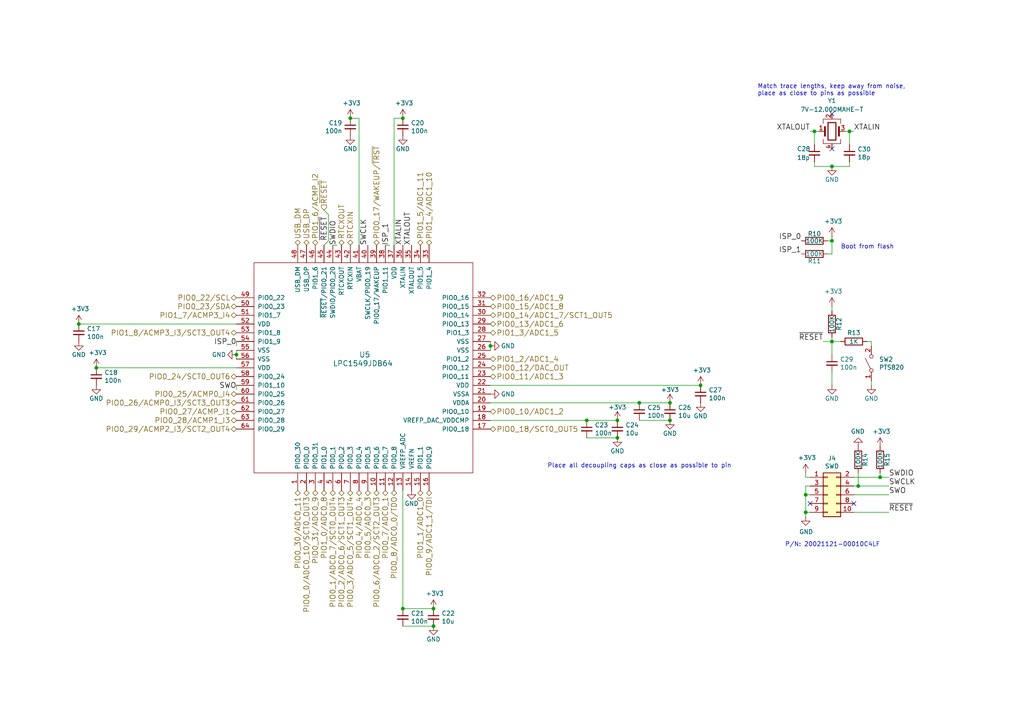
<source format=kicad_sch>
(kicad_sch
	(version 20231120)
	(generator "eeschema")
	(generator_version "8.0")
	(uuid "4fe194c7-6f03-4ab4-ac53-268f3c11af1d")
	(paper "A4")
	(lib_symbols
		(symbol "CalSol_micro:LPC1549JDB64"
			(pin_names
				(offset 1.016)
			)
			(exclude_from_sim no)
			(in_bom yes)
			(on_board yes)
			(property "Reference" "U"
				(at 0 0 0)
				(effects
					(font
						(size 1.524 1.524)
					)
				)
			)
			(property "Value" "LPC1549JDB64"
				(at 0 -5.08 0)
				(effects
					(font
						(size 1.524 1.524)
					)
				)
			)
			(property "Footprint" "Housings_QFP:LQFP-64_10x10mm_Pitch0.5mm"
				(at 0 0 0)
				(effects
					(font
						(size 1.524 1.524)
					)
					(hide yes)
				)
			)
			(property "Datasheet" "https://www.nxp.com/docs/en/data-sheet/LPC15XX.pdf"
				(at 0 0 0)
				(effects
					(font
						(size 1.524 1.524)
					)
					(hide yes)
				)
			)
			(property "Description" "LPC1549JDB64"
				(at 0 0 0)
				(effects
					(font
						(size 1.27 1.27)
					)
					(hide yes)
				)
			)
			(symbol "LPC1549JDB64_0_1"
				(rectangle
					(start -31.75 -33.02)
					(end 31.75 27.94)
					(stroke
						(width 0)
						(type solid)
					)
					(fill
						(type none)
					)
				)
			)
			(symbol "LPC1549JDB64_1_1"
				(pin bidirectional line
					(at -19.05 -38.1 90)
					(length 5.08)
					(name "PIO0_30"
						(effects
							(font
								(size 1.27 1.27)
							)
						)
					)
					(number "1"
						(effects
							(font
								(size 1.27 1.27)
							)
						)
					)
				)
				(pin bidirectional line
					(at 3.81 -38.1 90)
					(length 5.08)
					(name "PIO0_6"
						(effects
							(font
								(size 1.27 1.27)
							)
						)
					)
					(number "10"
						(effects
							(font
								(size 1.27 1.27)
							)
						)
					)
				)
				(pin bidirectional line
					(at 6.35 -38.1 90)
					(length 5.08)
					(name "PIO0_7"
						(effects
							(font
								(size 1.27 1.27)
							)
						)
					)
					(number "11"
						(effects
							(font
								(size 1.27 1.27)
							)
						)
					)
				)
				(pin bidirectional line
					(at 8.89 -38.1 90)
					(length 5.08)
					(name "PIO0_8"
						(effects
							(font
								(size 1.27 1.27)
							)
						)
					)
					(number "12"
						(effects
							(font
								(size 1.27 1.27)
							)
						)
					)
				)
				(pin input line
					(at 11.43 -38.1 90)
					(length 5.08)
					(name "VREFP_ADC"
						(effects
							(font
								(size 1.27 1.27)
							)
						)
					)
					(number "13"
						(effects
							(font
								(size 1.27 1.27)
							)
						)
					)
				)
				(pin input line
					(at 13.97 -38.1 90)
					(length 5.08)
					(name "VREFN"
						(effects
							(font
								(size 1.27 1.27)
							)
						)
					)
					(number "14"
						(effects
							(font
								(size 1.27 1.27)
							)
						)
					)
				)
				(pin bidirectional line
					(at 16.51 -38.1 90)
					(length 5.08)
					(name "PIO1_1"
						(effects
							(font
								(size 1.27 1.27)
							)
						)
					)
					(number "15"
						(effects
							(font
								(size 1.27 1.27)
							)
						)
					)
				)
				(pin bidirectional line
					(at 19.05 -38.1 90)
					(length 5.08)
					(name "PIO0_9"
						(effects
							(font
								(size 1.27 1.27)
							)
						)
					)
					(number "16"
						(effects
							(font
								(size 1.27 1.27)
							)
						)
					)
				)
				(pin bidirectional line
					(at 36.83 -20.32 180)
					(length 5.08)
					(name "PIO0_18"
						(effects
							(font
								(size 1.27 1.27)
							)
						)
					)
					(number "17"
						(effects
							(font
								(size 1.27 1.27)
							)
						)
					)
				)
				(pin input line
					(at 36.83 -17.78 180)
					(length 5.08)
					(name "VREFP_DAC_VDDCMP"
						(effects
							(font
								(size 1.27 1.27)
							)
						)
					)
					(number "18"
						(effects
							(font
								(size 1.27 1.27)
							)
						)
					)
				)
				(pin bidirectional line
					(at 36.83 -15.24 180)
					(length 5.08)
					(name "PIO0_10"
						(effects
							(font
								(size 1.27 1.27)
							)
						)
					)
					(number "19"
						(effects
							(font
								(size 1.27 1.27)
							)
						)
					)
				)
				(pin bidirectional line
					(at -16.51 -38.1 90)
					(length 5.08)
					(name "PIO0_0"
						(effects
							(font
								(size 1.27 1.27)
							)
						)
					)
					(number "2"
						(effects
							(font
								(size 1.27 1.27)
							)
						)
					)
				)
				(pin power_in line
					(at 36.83 -12.7 180)
					(length 5.08)
					(name "VDDA"
						(effects
							(font
								(size 1.27 1.27)
							)
						)
					)
					(number "20"
						(effects
							(font
								(size 1.27 1.27)
							)
						)
					)
				)
				(pin power_in line
					(at 36.83 -10.16 180)
					(length 5.08)
					(name "VSSA"
						(effects
							(font
								(size 1.27 1.27)
							)
						)
					)
					(number "21"
						(effects
							(font
								(size 1.27 1.27)
							)
						)
					)
				)
				(pin power_in line
					(at 36.83 -7.62 180)
					(length 5.08)
					(name "VDD"
						(effects
							(font
								(size 1.27 1.27)
							)
						)
					)
					(number "22"
						(effects
							(font
								(size 1.27 1.27)
							)
						)
					)
				)
				(pin bidirectional line
					(at 36.83 -5.08 180)
					(length 5.08)
					(name "PIO0_11"
						(effects
							(font
								(size 1.27 1.27)
							)
						)
					)
					(number "23"
						(effects
							(font
								(size 1.27 1.27)
							)
						)
					)
				)
				(pin bidirectional line
					(at 36.83 -2.54 180)
					(length 5.08)
					(name "PIO0_12"
						(effects
							(font
								(size 1.27 1.27)
							)
						)
					)
					(number "24"
						(effects
							(font
								(size 1.27 1.27)
							)
						)
					)
				)
				(pin bidirectional line
					(at 36.83 0 180)
					(length 5.08)
					(name "PIO1_2"
						(effects
							(font
								(size 1.27 1.27)
							)
						)
					)
					(number "25"
						(effects
							(font
								(size 1.27 1.27)
							)
						)
					)
				)
				(pin power_in line
					(at 36.83 2.54 180)
					(length 5.08)
					(name "VSS"
						(effects
							(font
								(size 1.27 1.27)
							)
						)
					)
					(number "26"
						(effects
							(font
								(size 1.27 1.27)
							)
						)
					)
				)
				(pin power_in line
					(at 36.83 5.08 180)
					(length 5.08)
					(name "VSS"
						(effects
							(font
								(size 1.27 1.27)
							)
						)
					)
					(number "27"
						(effects
							(font
								(size 1.27 1.27)
							)
						)
					)
				)
				(pin bidirectional line
					(at 36.83 7.62 180)
					(length 5.08)
					(name "PIO1_3"
						(effects
							(font
								(size 1.27 1.27)
							)
						)
					)
					(number "28"
						(effects
							(font
								(size 1.27 1.27)
							)
						)
					)
				)
				(pin bidirectional line
					(at 36.83 10.16 180)
					(length 5.08)
					(name "PIO0_13"
						(effects
							(font
								(size 1.27 1.27)
							)
						)
					)
					(number "29"
						(effects
							(font
								(size 1.27 1.27)
							)
						)
					)
				)
				(pin bidirectional line
					(at -13.97 -38.1 90)
					(length 5.08)
					(name "PIO0_31"
						(effects
							(font
								(size 1.27 1.27)
							)
						)
					)
					(number "3"
						(effects
							(font
								(size 1.27 1.27)
							)
						)
					)
				)
				(pin bidirectional line
					(at 36.83 12.7 180)
					(length 5.08)
					(name "PIO0_14"
						(effects
							(font
								(size 1.27 1.27)
							)
						)
					)
					(number "30"
						(effects
							(font
								(size 1.27 1.27)
							)
						)
					)
				)
				(pin bidirectional line
					(at 36.83 15.24 180)
					(length 5.08)
					(name "PIO0_15"
						(effects
							(font
								(size 1.27 1.27)
							)
						)
					)
					(number "31"
						(effects
							(font
								(size 1.27 1.27)
							)
						)
					)
				)
				(pin bidirectional line
					(at 36.83 17.78 180)
					(length 5.08)
					(name "PIO0_16"
						(effects
							(font
								(size 1.27 1.27)
							)
						)
					)
					(number "32"
						(effects
							(font
								(size 1.27 1.27)
							)
						)
					)
				)
				(pin bidirectional line
					(at 19.05 33.02 270)
					(length 5.08)
					(name "PIO1_4"
						(effects
							(font
								(size 1.27 1.27)
							)
						)
					)
					(number "33"
						(effects
							(font
								(size 1.27 1.27)
							)
						)
					)
				)
				(pin bidirectional line
					(at 16.51 33.02 270)
					(length 5.08)
					(name "PIO1_5"
						(effects
							(font
								(size 1.27 1.27)
							)
						)
					)
					(number "34"
						(effects
							(font
								(size 1.27 1.27)
							)
						)
					)
				)
				(pin bidirectional line
					(at 13.97 33.02 270)
					(length 5.08)
					(name "XTALOUT"
						(effects
							(font
								(size 1.27 1.27)
							)
						)
					)
					(number "35"
						(effects
							(font
								(size 1.27 1.27)
							)
						)
					)
				)
				(pin bidirectional line
					(at 11.43 33.02 270)
					(length 5.08)
					(name "XTALIN"
						(effects
							(font
								(size 1.27 1.27)
							)
						)
					)
					(number "36"
						(effects
							(font
								(size 1.27 1.27)
							)
						)
					)
				)
				(pin power_in line
					(at 8.89 33.02 270)
					(length 5.08)
					(name "VDD"
						(effects
							(font
								(size 1.27 1.27)
							)
						)
					)
					(number "37"
						(effects
							(font
								(size 1.27 1.27)
							)
						)
					)
				)
				(pin bidirectional line
					(at 6.35 33.02 270)
					(length 5.08)
					(name "PIO1_11"
						(effects
							(font
								(size 1.27 1.27)
							)
						)
					)
					(number "38"
						(effects
							(font
								(size 1.27 1.27)
							)
						)
					)
				)
				(pin bidirectional line
					(at 3.81 33.02 270)
					(length 5.08)
					(name "PIO0_17/WAKEUP"
						(effects
							(font
								(size 1.27 1.27)
							)
						)
					)
					(number "39"
						(effects
							(font
								(size 1.27 1.27)
							)
						)
					)
				)
				(pin bidirectional line
					(at -11.43 -38.1 90)
					(length 5.08)
					(name "PIO1_0"
						(effects
							(font
								(size 1.27 1.27)
							)
						)
					)
					(number "4"
						(effects
							(font
								(size 1.27 1.27)
							)
						)
					)
				)
				(pin bidirectional line
					(at 1.27 33.02 270)
					(length 5.08)
					(name "SWCLK/PIO0_19"
						(effects
							(font
								(size 1.27 1.27)
							)
						)
					)
					(number "40"
						(effects
							(font
								(size 1.27 1.27)
							)
						)
					)
				)
				(pin power_in line
					(at -1.27 33.02 270)
					(length 5.08)
					(name "VBAT"
						(effects
							(font
								(size 1.27 1.27)
							)
						)
					)
					(number "41"
						(effects
							(font
								(size 1.27 1.27)
							)
						)
					)
				)
				(pin bidirectional line
					(at -3.81 33.02 270)
					(length 5.08)
					(name "RTCXIN"
						(effects
							(font
								(size 1.27 1.27)
							)
						)
					)
					(number "42"
						(effects
							(font
								(size 1.27 1.27)
							)
						)
					)
				)
				(pin bidirectional line
					(at -6.35 33.02 270)
					(length 5.08)
					(name "RTCXOUT"
						(effects
							(font
								(size 1.27 1.27)
							)
						)
					)
					(number "43"
						(effects
							(font
								(size 1.27 1.27)
							)
						)
					)
				)
				(pin bidirectional line
					(at -8.89 33.02 270)
					(length 5.08)
					(name "SWDIO/PIO0_20"
						(effects
							(font
								(size 1.27 1.27)
							)
						)
					)
					(number "44"
						(effects
							(font
								(size 1.27 1.27)
							)
						)
					)
				)
				(pin bidirectional line
					(at -11.43 33.02 270)
					(length 5.08)
					(name "~{RESET}/PIO0_21"
						(effects
							(font
								(size 1.27 1.27)
							)
						)
					)
					(number "45"
						(effects
							(font
								(size 1.27 1.27)
							)
						)
					)
				)
				(pin bidirectional line
					(at -13.97 33.02 270)
					(length 5.08)
					(name "PIO1_6"
						(effects
							(font
								(size 1.27 1.27)
							)
						)
					)
					(number "46"
						(effects
							(font
								(size 1.27 1.27)
							)
						)
					)
				)
				(pin bidirectional line
					(at -16.51 33.02 270)
					(length 5.08)
					(name "USB_DP"
						(effects
							(font
								(size 1.27 1.27)
							)
						)
					)
					(number "47"
						(effects
							(font
								(size 1.27 1.27)
							)
						)
					)
				)
				(pin bidirectional line
					(at -19.05 33.02 270)
					(length 5.08)
					(name "USB_DM"
						(effects
							(font
								(size 1.27 1.27)
							)
						)
					)
					(number "48"
						(effects
							(font
								(size 1.27 1.27)
							)
						)
					)
				)
				(pin bidirectional line
					(at -36.83 17.78 0)
					(length 5.08)
					(name "PIO0_22"
						(effects
							(font
								(size 1.27 1.27)
							)
						)
					)
					(number "49"
						(effects
							(font
								(size 1.27 1.27)
							)
						)
					)
				)
				(pin bidirectional line
					(at -8.89 -38.1 90)
					(length 5.08)
					(name "PIO0_1"
						(effects
							(font
								(size 1.27 1.27)
							)
						)
					)
					(number "5"
						(effects
							(font
								(size 1.27 1.27)
							)
						)
					)
				)
				(pin bidirectional line
					(at -36.83 15.24 0)
					(length 5.08)
					(name "PIO0_23"
						(effects
							(font
								(size 1.27 1.27)
							)
						)
					)
					(number "50"
						(effects
							(font
								(size 1.27 1.27)
							)
						)
					)
				)
				(pin bidirectional line
					(at -36.83 12.7 0)
					(length 5.08)
					(name "PIO1_7"
						(effects
							(font
								(size 1.27 1.27)
							)
						)
					)
					(number "51"
						(effects
							(font
								(size 1.27 1.27)
							)
						)
					)
				)
				(pin power_in line
					(at -36.83 10.16 0)
					(length 5.08)
					(name "VDD"
						(effects
							(font
								(size 1.27 1.27)
							)
						)
					)
					(number "52"
						(effects
							(font
								(size 1.27 1.27)
							)
						)
					)
				)
				(pin bidirectional line
					(at -36.83 7.62 0)
					(length 5.08)
					(name "PIO1_8"
						(effects
							(font
								(size 1.27 1.27)
							)
						)
					)
					(number "53"
						(effects
							(font
								(size 1.27 1.27)
							)
						)
					)
				)
				(pin bidirectional line
					(at -36.83 5.08 0)
					(length 5.08)
					(name "PIO1_9"
						(effects
							(font
								(size 1.27 1.27)
							)
						)
					)
					(number "54"
						(effects
							(font
								(size 1.27 1.27)
							)
						)
					)
				)
				(pin power_in line
					(at -36.83 2.54 0)
					(length 5.08)
					(name "VSS"
						(effects
							(font
								(size 1.27 1.27)
							)
						)
					)
					(number "55"
						(effects
							(font
								(size 1.27 1.27)
							)
						)
					)
				)
				(pin power_in line
					(at -36.83 0 0)
					(length 5.08)
					(name "VSS"
						(effects
							(font
								(size 1.27 1.27)
							)
						)
					)
					(number "56"
						(effects
							(font
								(size 1.27 1.27)
							)
						)
					)
				)
				(pin power_in line
					(at -36.83 -2.54 0)
					(length 5.08)
					(name "VDD"
						(effects
							(font
								(size 1.27 1.27)
							)
						)
					)
					(number "57"
						(effects
							(font
								(size 1.27 1.27)
							)
						)
					)
				)
				(pin bidirectional line
					(at -36.83 -5.08 0)
					(length 5.08)
					(name "PIO0_24"
						(effects
							(font
								(size 1.27 1.27)
							)
						)
					)
					(number "58"
						(effects
							(font
								(size 1.27 1.27)
							)
						)
					)
				)
				(pin bidirectional line
					(at -36.83 -7.62 0)
					(length 5.08)
					(name "PIO1_10"
						(effects
							(font
								(size 1.27 1.27)
							)
						)
					)
					(number "59"
						(effects
							(font
								(size 1.27 1.27)
							)
						)
					)
				)
				(pin bidirectional line
					(at -6.35 -38.1 90)
					(length 5.08)
					(name "PIO0_2"
						(effects
							(font
								(size 1.27 1.27)
							)
						)
					)
					(number "6"
						(effects
							(font
								(size 1.27 1.27)
							)
						)
					)
				)
				(pin bidirectional line
					(at -36.83 -10.16 0)
					(length 5.08)
					(name "PIO0_25"
						(effects
							(font
								(size 1.27 1.27)
							)
						)
					)
					(number "60"
						(effects
							(font
								(size 1.27 1.27)
							)
						)
					)
				)
				(pin bidirectional line
					(at -36.83 -12.7 0)
					(length 5.08)
					(name "PIO0_26"
						(effects
							(font
								(size 1.27 1.27)
							)
						)
					)
					(number "61"
						(effects
							(font
								(size 1.27 1.27)
							)
						)
					)
				)
				(pin bidirectional line
					(at -36.83 -15.24 0)
					(length 5.08)
					(name "PIO0_27"
						(effects
							(font
								(size 1.27 1.27)
							)
						)
					)
					(number "62"
						(effects
							(font
								(size 1.27 1.27)
							)
						)
					)
				)
				(pin bidirectional line
					(at -36.83 -17.78 0)
					(length 5.08)
					(name "PIO0_28"
						(effects
							(font
								(size 1.27 1.27)
							)
						)
					)
					(number "63"
						(effects
							(font
								(size 1.27 1.27)
							)
						)
					)
				)
				(pin bidirectional line
					(at -36.83 -20.32 0)
					(length 5.08)
					(name "PIO0_29"
						(effects
							(font
								(size 1.27 1.27)
							)
						)
					)
					(number "64"
						(effects
							(font
								(size 1.27 1.27)
							)
						)
					)
				)
				(pin bidirectional line
					(at -3.81 -38.1 90)
					(length 5.08)
					(name "PIO0_3"
						(effects
							(font
								(size 1.27 1.27)
							)
						)
					)
					(number "7"
						(effects
							(font
								(size 1.27 1.27)
							)
						)
					)
				)
				(pin bidirectional line
					(at -1.27 -38.1 90)
					(length 5.08)
					(name "PIO0_4"
						(effects
							(font
								(size 1.27 1.27)
							)
						)
					)
					(number "8"
						(effects
							(font
								(size 1.27 1.27)
							)
						)
					)
				)
				(pin bidirectional line
					(at 1.27 -38.1 90)
					(length 5.08)
					(name "PIO0_5"
						(effects
							(font
								(size 1.27 1.27)
							)
						)
					)
					(number "9"
						(effects
							(font
								(size 1.27 1.27)
							)
						)
					)
				)
			)
		)
		(symbol "Connector_Generic:Conn_02x05_Odd_Even"
			(pin_names
				(offset 1.016) hide)
			(exclude_from_sim no)
			(in_bom yes)
			(on_board yes)
			(property "Reference" "J"
				(at 1.27 7.62 0)
				(effects
					(font
						(size 1.27 1.27)
					)
				)
			)
			(property "Value" "Conn_02x05_Odd_Even"
				(at 1.27 -7.62 0)
				(effects
					(font
						(size 1.27 1.27)
					)
				)
			)
			(property "Footprint" ""
				(at 0 0 0)
				(effects
					(font
						(size 1.27 1.27)
					)
					(hide yes)
				)
			)
			(property "Datasheet" "~"
				(at 0 0 0)
				(effects
					(font
						(size 1.27 1.27)
					)
					(hide yes)
				)
			)
			(property "Description" "Generic connector, double row, 02x05, odd/even pin numbering scheme (row 1 odd numbers, row 2 even numbers), script generated (kicad-library-utils/schlib/autogen/connector/)"
				(at 0 0 0)
				(effects
					(font
						(size 1.27 1.27)
					)
					(hide yes)
				)
			)
			(property "ki_keywords" "connector"
				(at 0 0 0)
				(effects
					(font
						(size 1.27 1.27)
					)
					(hide yes)
				)
			)
			(property "ki_fp_filters" "Connector*:*_2x??_*"
				(at 0 0 0)
				(effects
					(font
						(size 1.27 1.27)
					)
					(hide yes)
				)
			)
			(symbol "Conn_02x05_Odd_Even_1_1"
				(rectangle
					(start -1.27 -4.953)
					(end 0 -5.207)
					(stroke
						(width 0.1524)
						(type default)
					)
					(fill
						(type none)
					)
				)
				(rectangle
					(start -1.27 -2.413)
					(end 0 -2.667)
					(stroke
						(width 0.1524)
						(type default)
					)
					(fill
						(type none)
					)
				)
				(rectangle
					(start -1.27 0.127)
					(end 0 -0.127)
					(stroke
						(width 0.1524)
						(type default)
					)
					(fill
						(type none)
					)
				)
				(rectangle
					(start -1.27 2.667)
					(end 0 2.413)
					(stroke
						(width 0.1524)
						(type default)
					)
					(fill
						(type none)
					)
				)
				(rectangle
					(start -1.27 5.207)
					(end 0 4.953)
					(stroke
						(width 0.1524)
						(type default)
					)
					(fill
						(type none)
					)
				)
				(rectangle
					(start -1.27 6.35)
					(end 3.81 -6.35)
					(stroke
						(width 0.254)
						(type default)
					)
					(fill
						(type background)
					)
				)
				(rectangle
					(start 3.81 -4.953)
					(end 2.54 -5.207)
					(stroke
						(width 0.1524)
						(type default)
					)
					(fill
						(type none)
					)
				)
				(rectangle
					(start 3.81 -2.413)
					(end 2.54 -2.667)
					(stroke
						(width 0.1524)
						(type default)
					)
					(fill
						(type none)
					)
				)
				(rectangle
					(start 3.81 0.127)
					(end 2.54 -0.127)
					(stroke
						(width 0.1524)
						(type default)
					)
					(fill
						(type none)
					)
				)
				(rectangle
					(start 3.81 2.667)
					(end 2.54 2.413)
					(stroke
						(width 0.1524)
						(type default)
					)
					(fill
						(type none)
					)
				)
				(rectangle
					(start 3.81 5.207)
					(end 2.54 4.953)
					(stroke
						(width 0.1524)
						(type default)
					)
					(fill
						(type none)
					)
				)
				(pin passive line
					(at -5.08 5.08 0)
					(length 3.81)
					(name "Pin_1"
						(effects
							(font
								(size 1.27 1.27)
							)
						)
					)
					(number "1"
						(effects
							(font
								(size 1.27 1.27)
							)
						)
					)
				)
				(pin passive line
					(at 7.62 -5.08 180)
					(length 3.81)
					(name "Pin_10"
						(effects
							(font
								(size 1.27 1.27)
							)
						)
					)
					(number "10"
						(effects
							(font
								(size 1.27 1.27)
							)
						)
					)
				)
				(pin passive line
					(at 7.62 5.08 180)
					(length 3.81)
					(name "Pin_2"
						(effects
							(font
								(size 1.27 1.27)
							)
						)
					)
					(number "2"
						(effects
							(font
								(size 1.27 1.27)
							)
						)
					)
				)
				(pin passive line
					(at -5.08 2.54 0)
					(length 3.81)
					(name "Pin_3"
						(effects
							(font
								(size 1.27 1.27)
							)
						)
					)
					(number "3"
						(effects
							(font
								(size 1.27 1.27)
							)
						)
					)
				)
				(pin passive line
					(at 7.62 2.54 180)
					(length 3.81)
					(name "Pin_4"
						(effects
							(font
								(size 1.27 1.27)
							)
						)
					)
					(number "4"
						(effects
							(font
								(size 1.27 1.27)
							)
						)
					)
				)
				(pin passive line
					(at -5.08 0 0)
					(length 3.81)
					(name "Pin_5"
						(effects
							(font
								(size 1.27 1.27)
							)
						)
					)
					(number "5"
						(effects
							(font
								(size 1.27 1.27)
							)
						)
					)
				)
				(pin passive line
					(at 7.62 0 180)
					(length 3.81)
					(name "Pin_6"
						(effects
							(font
								(size 1.27 1.27)
							)
						)
					)
					(number "6"
						(effects
							(font
								(size 1.27 1.27)
							)
						)
					)
				)
				(pin passive line
					(at -5.08 -2.54 0)
					(length 3.81)
					(name "Pin_7"
						(effects
							(font
								(size 1.27 1.27)
							)
						)
					)
					(number "7"
						(effects
							(font
								(size 1.27 1.27)
							)
						)
					)
				)
				(pin passive line
					(at 7.62 -2.54 180)
					(length 3.81)
					(name "Pin_8"
						(effects
							(font
								(size 1.27 1.27)
							)
						)
					)
					(number "8"
						(effects
							(font
								(size 1.27 1.27)
							)
						)
					)
				)
				(pin passive line
					(at -5.08 -5.08 0)
					(length 3.81)
					(name "Pin_9"
						(effects
							(font
								(size 1.27 1.27)
							)
						)
					)
					(number "9"
						(effects
							(font
								(size 1.27 1.27)
							)
						)
					)
				)
			)
		)
		(symbol "Device:C_Small"
			(pin_numbers hide)
			(pin_names
				(offset 0.254) hide)
			(exclude_from_sim no)
			(in_bom yes)
			(on_board yes)
			(property "Reference" "C"
				(at 0.254 1.778 0)
				(effects
					(font
						(size 1.27 1.27)
					)
					(justify left)
				)
			)
			(property "Value" "C_Small"
				(at 0.254 -2.032 0)
				(effects
					(font
						(size 1.27 1.27)
					)
					(justify left)
				)
			)
			(property "Footprint" ""
				(at 0 0 0)
				(effects
					(font
						(size 1.27 1.27)
					)
					(hide yes)
				)
			)
			(property "Datasheet" "~"
				(at 0 0 0)
				(effects
					(font
						(size 1.27 1.27)
					)
					(hide yes)
				)
			)
			(property "Description" "Unpolarized capacitor, small symbol"
				(at 0 0 0)
				(effects
					(font
						(size 1.27 1.27)
					)
					(hide yes)
				)
			)
			(property "ki_keywords" "capacitor cap"
				(at 0 0 0)
				(effects
					(font
						(size 1.27 1.27)
					)
					(hide yes)
				)
			)
			(property "ki_fp_filters" "C_*"
				(at 0 0 0)
				(effects
					(font
						(size 1.27 1.27)
					)
					(hide yes)
				)
			)
			(symbol "C_Small_0_1"
				(polyline
					(pts
						(xy -1.524 -0.508) (xy 1.524 -0.508)
					)
					(stroke
						(width 0.3302)
						(type default)
					)
					(fill
						(type none)
					)
				)
				(polyline
					(pts
						(xy -1.524 0.508) (xy 1.524 0.508)
					)
					(stroke
						(width 0.3048)
						(type default)
					)
					(fill
						(type none)
					)
				)
			)
			(symbol "C_Small_1_1"
				(pin passive line
					(at 0 2.54 270)
					(length 2.032)
					(name "~"
						(effects
							(font
								(size 1.27 1.27)
							)
						)
					)
					(number "1"
						(effects
							(font
								(size 1.27 1.27)
							)
						)
					)
				)
				(pin passive line
					(at 0 -2.54 90)
					(length 2.032)
					(name "~"
						(effects
							(font
								(size 1.27 1.27)
							)
						)
					)
					(number "2"
						(effects
							(font
								(size 1.27 1.27)
							)
						)
					)
				)
			)
		)
		(symbol "Device:Crystal_GND24"
			(pin_names
				(offset 1.016) hide)
			(exclude_from_sim no)
			(in_bom yes)
			(on_board yes)
			(property "Reference" "Y"
				(at 3.175 5.08 0)
				(effects
					(font
						(size 1.27 1.27)
					)
					(justify left)
				)
			)
			(property "Value" "Crystal_GND24"
				(at 3.175 3.175 0)
				(effects
					(font
						(size 1.27 1.27)
					)
					(justify left)
				)
			)
			(property "Footprint" ""
				(at 0 0 0)
				(effects
					(font
						(size 1.27 1.27)
					)
					(hide yes)
				)
			)
			(property "Datasheet" "~"
				(at 0 0 0)
				(effects
					(font
						(size 1.27 1.27)
					)
					(hide yes)
				)
			)
			(property "Description" "Four pin crystal, GND on pins 2 and 4"
				(at 0 0 0)
				(effects
					(font
						(size 1.27 1.27)
					)
					(hide yes)
				)
			)
			(property "ki_keywords" "quartz ceramic resonator oscillator"
				(at 0 0 0)
				(effects
					(font
						(size 1.27 1.27)
					)
					(hide yes)
				)
			)
			(property "ki_fp_filters" "Crystal*"
				(at 0 0 0)
				(effects
					(font
						(size 1.27 1.27)
					)
					(hide yes)
				)
			)
			(symbol "Crystal_GND24_0_1"
				(rectangle
					(start -1.143 2.54)
					(end 1.143 -2.54)
					(stroke
						(width 0.3048)
						(type default)
					)
					(fill
						(type none)
					)
				)
				(polyline
					(pts
						(xy -2.54 0) (xy -2.032 0)
					)
					(stroke
						(width 0)
						(type default)
					)
					(fill
						(type none)
					)
				)
				(polyline
					(pts
						(xy -2.032 -1.27) (xy -2.032 1.27)
					)
					(stroke
						(width 0.508)
						(type default)
					)
					(fill
						(type none)
					)
				)
				(polyline
					(pts
						(xy 0 -3.81) (xy 0 -3.556)
					)
					(stroke
						(width 0)
						(type default)
					)
					(fill
						(type none)
					)
				)
				(polyline
					(pts
						(xy 0 3.556) (xy 0 3.81)
					)
					(stroke
						(width 0)
						(type default)
					)
					(fill
						(type none)
					)
				)
				(polyline
					(pts
						(xy 2.032 -1.27) (xy 2.032 1.27)
					)
					(stroke
						(width 0.508)
						(type default)
					)
					(fill
						(type none)
					)
				)
				(polyline
					(pts
						(xy 2.032 0) (xy 2.54 0)
					)
					(stroke
						(width 0)
						(type default)
					)
					(fill
						(type none)
					)
				)
				(polyline
					(pts
						(xy -2.54 -2.286) (xy -2.54 -3.556) (xy 2.54 -3.556) (xy 2.54 -2.286)
					)
					(stroke
						(width 0)
						(type default)
					)
					(fill
						(type none)
					)
				)
				(polyline
					(pts
						(xy -2.54 2.286) (xy -2.54 3.556) (xy 2.54 3.556) (xy 2.54 2.286)
					)
					(stroke
						(width 0)
						(type default)
					)
					(fill
						(type none)
					)
				)
			)
			(symbol "Crystal_GND24_1_1"
				(pin passive line
					(at -3.81 0 0)
					(length 1.27)
					(name "1"
						(effects
							(font
								(size 1.27 1.27)
							)
						)
					)
					(number "1"
						(effects
							(font
								(size 1.27 1.27)
							)
						)
					)
				)
				(pin passive line
					(at 0 5.08 270)
					(length 1.27)
					(name "2"
						(effects
							(font
								(size 1.27 1.27)
							)
						)
					)
					(number "2"
						(effects
							(font
								(size 1.27 1.27)
							)
						)
					)
				)
				(pin passive line
					(at 3.81 0 180)
					(length 1.27)
					(name "3"
						(effects
							(font
								(size 1.27 1.27)
							)
						)
					)
					(number "3"
						(effects
							(font
								(size 1.27 1.27)
							)
						)
					)
				)
				(pin passive line
					(at 0 -5.08 90)
					(length 1.27)
					(name "4"
						(effects
							(font
								(size 1.27 1.27)
							)
						)
					)
					(number "4"
						(effects
							(font
								(size 1.27 1.27)
							)
						)
					)
				)
			)
		)
		(symbol "Device:R"
			(pin_numbers hide)
			(pin_names
				(offset 0)
			)
			(exclude_from_sim no)
			(in_bom yes)
			(on_board yes)
			(property "Reference" "R"
				(at 2.032 0 90)
				(effects
					(font
						(size 1.27 1.27)
					)
				)
			)
			(property "Value" "R"
				(at 0 0 90)
				(effects
					(font
						(size 1.27 1.27)
					)
				)
			)
			(property "Footprint" ""
				(at -1.778 0 90)
				(effects
					(font
						(size 1.27 1.27)
					)
					(hide yes)
				)
			)
			(property "Datasheet" "~"
				(at 0 0 0)
				(effects
					(font
						(size 1.27 1.27)
					)
					(hide yes)
				)
			)
			(property "Description" "Resistor"
				(at 0 0 0)
				(effects
					(font
						(size 1.27 1.27)
					)
					(hide yes)
				)
			)
			(property "ki_keywords" "R res resistor"
				(at 0 0 0)
				(effects
					(font
						(size 1.27 1.27)
					)
					(hide yes)
				)
			)
			(property "ki_fp_filters" "R_*"
				(at 0 0 0)
				(effects
					(font
						(size 1.27 1.27)
					)
					(hide yes)
				)
			)
			(symbol "R_0_1"
				(rectangle
					(start -1.016 -2.54)
					(end 1.016 2.54)
					(stroke
						(width 0.254)
						(type default)
					)
					(fill
						(type none)
					)
				)
			)
			(symbol "R_1_1"
				(pin passive line
					(at 0 3.81 270)
					(length 1.27)
					(name "~"
						(effects
							(font
								(size 1.27 1.27)
							)
						)
					)
					(number "1"
						(effects
							(font
								(size 1.27 1.27)
							)
						)
					)
				)
				(pin passive line
					(at 0 -3.81 90)
					(length 1.27)
					(name "~"
						(effects
							(font
								(size 1.27 1.27)
							)
						)
					)
					(number "2"
						(effects
							(font
								(size 1.27 1.27)
							)
						)
					)
				)
			)
		)
		(symbol "Switch:SW_SPST"
			(pin_names
				(offset 0) hide)
			(exclude_from_sim no)
			(in_bom yes)
			(on_board yes)
			(property "Reference" "SW"
				(at 0 3.175 0)
				(effects
					(font
						(size 1.27 1.27)
					)
				)
			)
			(property "Value" "SW_SPST"
				(at 0 -2.54 0)
				(effects
					(font
						(size 1.27 1.27)
					)
				)
			)
			(property "Footprint" ""
				(at 0 0 0)
				(effects
					(font
						(size 1.27 1.27)
					)
					(hide yes)
				)
			)
			(property "Datasheet" "~"
				(at 0 0 0)
				(effects
					(font
						(size 1.27 1.27)
					)
					(hide yes)
				)
			)
			(property "Description" "Single Pole Single Throw (SPST) switch"
				(at 0 0 0)
				(effects
					(font
						(size 1.27 1.27)
					)
					(hide yes)
				)
			)
			(property "ki_keywords" "switch lever"
				(at 0 0 0)
				(effects
					(font
						(size 1.27 1.27)
					)
					(hide yes)
				)
			)
			(symbol "SW_SPST_0_0"
				(circle
					(center -2.032 0)
					(radius 0.508)
					(stroke
						(width 0)
						(type default)
					)
					(fill
						(type none)
					)
				)
				(polyline
					(pts
						(xy -1.524 0.254) (xy 1.524 1.778)
					)
					(stroke
						(width 0)
						(type default)
					)
					(fill
						(type none)
					)
				)
				(circle
					(center 2.032 0)
					(radius 0.508)
					(stroke
						(width 0)
						(type default)
					)
					(fill
						(type none)
					)
				)
			)
			(symbol "SW_SPST_1_1"
				(pin passive line
					(at -5.08 0 0)
					(length 2.54)
					(name "A"
						(effects
							(font
								(size 1.27 1.27)
							)
						)
					)
					(number "1"
						(effects
							(font
								(size 1.27 1.27)
							)
						)
					)
				)
				(pin passive line
					(at 5.08 0 180)
					(length 2.54)
					(name "B"
						(effects
							(font
								(size 1.27 1.27)
							)
						)
					)
					(number "2"
						(effects
							(font
								(size 1.27 1.27)
							)
						)
					)
				)
			)
		)
		(symbol "power:+3V3"
			(power)
			(pin_numbers hide)
			(pin_names
				(offset 0) hide)
			(exclude_from_sim no)
			(in_bom yes)
			(on_board yes)
			(property "Reference" "#PWR"
				(at 0 -3.81 0)
				(effects
					(font
						(size 1.27 1.27)
					)
					(hide yes)
				)
			)
			(property "Value" "+3V3"
				(at 0 3.556 0)
				(effects
					(font
						(size 1.27 1.27)
					)
				)
			)
			(property "Footprint" ""
				(at 0 0 0)
				(effects
					(font
						(size 1.27 1.27)
					)
					(hide yes)
				)
			)
			(property "Datasheet" ""
				(at 0 0 0)
				(effects
					(font
						(size 1.27 1.27)
					)
					(hide yes)
				)
			)
			(property "Description" "Power symbol creates a global label with name \"+3V3\""
				(at 0 0 0)
				(effects
					(font
						(size 1.27 1.27)
					)
					(hide yes)
				)
			)
			(property "ki_keywords" "global power"
				(at 0 0 0)
				(effects
					(font
						(size 1.27 1.27)
					)
					(hide yes)
				)
			)
			(symbol "+3V3_0_1"
				(polyline
					(pts
						(xy -0.762 1.27) (xy 0 2.54)
					)
					(stroke
						(width 0)
						(type default)
					)
					(fill
						(type none)
					)
				)
				(polyline
					(pts
						(xy 0 0) (xy 0 2.54)
					)
					(stroke
						(width 0)
						(type default)
					)
					(fill
						(type none)
					)
				)
				(polyline
					(pts
						(xy 0 2.54) (xy 0.762 1.27)
					)
					(stroke
						(width 0)
						(type default)
					)
					(fill
						(type none)
					)
				)
			)
			(symbol "+3V3_1_1"
				(pin power_in line
					(at 0 0 90)
					(length 0)
					(name "~"
						(effects
							(font
								(size 1.27 1.27)
							)
						)
					)
					(number "1"
						(effects
							(font
								(size 1.27 1.27)
							)
						)
					)
				)
			)
		)
		(symbol "power:GND"
			(power)
			(pin_numbers hide)
			(pin_names
				(offset 0) hide)
			(exclude_from_sim no)
			(in_bom yes)
			(on_board yes)
			(property "Reference" "#PWR"
				(at 0 -6.35 0)
				(effects
					(font
						(size 1.27 1.27)
					)
					(hide yes)
				)
			)
			(property "Value" "GND"
				(at 0 -3.81 0)
				(effects
					(font
						(size 1.27 1.27)
					)
				)
			)
			(property "Footprint" ""
				(at 0 0 0)
				(effects
					(font
						(size 1.27 1.27)
					)
					(hide yes)
				)
			)
			(property "Datasheet" ""
				(at 0 0 0)
				(effects
					(font
						(size 1.27 1.27)
					)
					(hide yes)
				)
			)
			(property "Description" "Power symbol creates a global label with name \"GND\" , ground"
				(at 0 0 0)
				(effects
					(font
						(size 1.27 1.27)
					)
					(hide yes)
				)
			)
			(property "ki_keywords" "global power"
				(at 0 0 0)
				(effects
					(font
						(size 1.27 1.27)
					)
					(hide yes)
				)
			)
			(symbol "GND_0_1"
				(polyline
					(pts
						(xy 0 0) (xy 0 -1.27) (xy 1.27 -1.27) (xy 0 -2.54) (xy -1.27 -1.27) (xy 0 -1.27)
					)
					(stroke
						(width 0)
						(type default)
					)
					(fill
						(type none)
					)
				)
			)
			(symbol "GND_1_1"
				(pin power_in line
					(at 0 0 270)
					(length 0)
					(name "~"
						(effects
							(font
								(size 1.27 1.27)
							)
						)
					)
					(number "1"
						(effects
							(font
								(size 1.27 1.27)
							)
						)
					)
				)
			)
		)
	)
	(junction
		(at 241.3 69.85)
		(diameter 0)
		(color 0 0 0 0)
		(uuid "06e154df-d906-467c-a808-fe398da6475a")
	)
	(junction
		(at 125.73 176.53)
		(diameter 0)
		(color 0 0 0 0)
		(uuid "169046d9-424d-4968-a8ce-004b153f8664")
	)
	(junction
		(at 246.38 38.1)
		(diameter 0)
		(color 0 0 0 0)
		(uuid "18eb0460-8df6-4e14-8c2e-847d1e7ba623")
	)
	(junction
		(at 255.27 138.43)
		(diameter 0)
		(color 0 0 0 0)
		(uuid "1d9bb767-cd01-4b2d-ac60-e07bb5915ca7")
	)
	(junction
		(at 116.84 176.53)
		(diameter 0)
		(color 0 0 0 0)
		(uuid "2a9e69a3-f2b1-4aa2-98fa-93009b6145b3")
	)
	(junction
		(at 179.07 127)
		(diameter 0)
		(color 0 0 0 0)
		(uuid "2c29307a-d3c9-4cd0-9804-eabf61a54167")
	)
	(junction
		(at 248.92 140.97)
		(diameter 0)
		(color 0 0 0 0)
		(uuid "33148400-04d8-490a-bbcd-31031c70d240")
	)
	(junction
		(at 233.68 143.51)
		(diameter 0)
		(color 0 0 0 0)
		(uuid "3806a196-33d5-4446-a149-0027bcfdd71e")
	)
	(junction
		(at 125.73 181.61)
		(diameter 0)
		(color 0 0 0 0)
		(uuid "3a1fb5cc-e230-4be2-b7a4-80a274735b74")
	)
	(junction
		(at 142.24 100.33)
		(diameter 0)
		(color 0 0 0 0)
		(uuid "40eca1b1-e03f-4945-b5f8-51ce3802ff60")
	)
	(junction
		(at 185.42 116.84)
		(diameter 0)
		(color 0 0 0 0)
		(uuid "42b47d65-0541-49df-a6d0-8d97d63782bc")
	)
	(junction
		(at 116.84 34.29)
		(diameter 0)
		(color 0 0 0 0)
		(uuid "660580c9-0dee-46f4-9134-4383dd6ae444")
	)
	(junction
		(at 236.22 38.1)
		(diameter 0)
		(color 0 0 0 0)
		(uuid "7227290e-2bfe-407b-abde-cc6599e23754")
	)
	(junction
		(at 170.18 121.92)
		(diameter 0)
		(color 0 0 0 0)
		(uuid "73335e03-ff93-4cbd-9521-81f96ba22a34")
	)
	(junction
		(at 27.94 106.68)
		(diameter 0)
		(color 0 0 0 0)
		(uuid "76363f94-04bd-4d4f-b260-20b1037cc2b9")
	)
	(junction
		(at 101.6 34.29)
		(diameter 0)
		(color 0 0 0 0)
		(uuid "78942c00-572c-49a7-a34b-3a21c8dbed9e")
	)
	(junction
		(at 241.3 99.06)
		(diameter 0)
		(color 0 0 0 0)
		(uuid "8b9f0272-2b8a-4943-8120-2b65ca42ddea")
	)
	(junction
		(at 22.86 93.98)
		(diameter 0)
		(color 0 0 0 0)
		(uuid "8e4e79ca-c3ac-4a50-9bbe-028a85601996")
	)
	(junction
		(at 233.68 148.59)
		(diameter 0)
		(color 0 0 0 0)
		(uuid "9240b6b6-dc22-4cd9-a53b-f59995877d43")
	)
	(junction
		(at 194.31 116.84)
		(diameter 0)
		(color 0 0 0 0)
		(uuid "9dc75646-49f6-45eb-87e8-7154edf141f1")
	)
	(junction
		(at 68.58 102.87)
		(diameter 0)
		(color 0 0 0 0)
		(uuid "aee1c938-0daa-4c72-b113-750f8c23eb4a")
	)
	(junction
		(at 194.31 121.92)
		(diameter 0)
		(color 0 0 0 0)
		(uuid "bd894898-8efd-4cb8-a645-c34503cf4d0e")
	)
	(junction
		(at 179.07 121.92)
		(diameter 0)
		(color 0 0 0 0)
		(uuid "c3408461-bf12-404e-b2dc-40b2914fe1c7")
	)
	(junction
		(at 241.3 48.26)
		(diameter 0)
		(color 0 0 0 0)
		(uuid "dcd00f27-ce85-44c5-9739-a9b5f17b1140")
	)
	(junction
		(at 203.2 111.76)
		(diameter 0)
		(color 0 0 0 0)
		(uuid "f0c73fed-6d89-49d5-8239-0319c84accfe")
	)
	(no_connect
		(at 241.3 43.18)
		(uuid "5351eeb3-a499-4e88-9c19-78d8fdad4d76")
	)
	(no_connect
		(at 234.95 146.05)
		(uuid "9eb99e4c-f0c9-4b97-b314-5505cf46867c")
	)
	(no_connect
		(at 241.3 33.02)
		(uuid "bad94a6d-d3f7-4134-8312-8333a965c123")
	)
	(no_connect
		(at 247.65 146.05)
		(uuid "eae10a41-b11a-410c-a926-5189af26eae6")
	)
	(wire
		(pts
			(xy 142.24 116.84) (xy 185.42 116.84)
		)
		(stroke
			(width 0)
			(type default)
		)
		(uuid "034baeb3-47e6-497a-8865-184abf23c339")
	)
	(wire
		(pts
			(xy 252.73 110.49) (xy 252.73 111.76)
		)
		(stroke
			(width 0)
			(type default)
		)
		(uuid "14a85ea4-19ad-4a84-900d-164f64bb34c1")
	)
	(wire
		(pts
			(xy 240.03 73.66) (xy 241.3 73.66)
		)
		(stroke
			(width 0)
			(type default)
		)
		(uuid "14ae2d17-254b-4584-9cbb-c96267857659")
	)
	(wire
		(pts
			(xy 101.6 34.29) (xy 104.14 34.29)
		)
		(stroke
			(width 0)
			(type default)
		)
		(uuid "1d42d0f7-0bf6-4a98-a8e1-68ef719e82f0")
	)
	(wire
		(pts
			(xy 240.03 69.85) (xy 241.3 69.85)
		)
		(stroke
			(width 0)
			(type default)
		)
		(uuid "1d932b0d-681d-481c-b620-2b485fa7e4c8")
	)
	(wire
		(pts
			(xy 113.03 71.12) (xy 111.76 71.12)
		)
		(stroke
			(width 0)
			(type default)
		)
		(uuid "1e337cec-8a97-4b64-bbca-67d8a46ce703")
	)
	(wire
		(pts
			(xy 185.42 121.92) (xy 194.31 121.92)
		)
		(stroke
			(width 0)
			(type default)
		)
		(uuid "21affa21-5625-473c-b583-7960ccad9707")
	)
	(wire
		(pts
			(xy 203.2 111.76) (xy 142.24 111.76)
		)
		(stroke
			(width 0)
			(type default)
		)
		(uuid "2239ed1c-b791-4589-9497-11f3eaf2228a")
	)
	(wire
		(pts
			(xy 234.95 148.59) (xy 233.68 148.59)
		)
		(stroke
			(width 0)
			(type default)
		)
		(uuid "2f25b18e-269c-4590-9937-2796d4a720ab")
	)
	(wire
		(pts
			(xy 97.79 71.12) (xy 96.52 71.12)
		)
		(stroke
			(width 0)
			(type default)
		)
		(uuid "31cc16d9-4df9-4fa7-a3a1-d1662aedf548")
	)
	(wire
		(pts
			(xy 246.38 38.1) (xy 247.65 38.1)
		)
		(stroke
			(width 0)
			(type default)
		)
		(uuid "35c1de5f-cf3b-4d72-8f4d-65fe270e9925")
	)
	(wire
		(pts
			(xy 245.11 38.1) (xy 246.38 38.1)
		)
		(stroke
			(width 0)
			(type default)
		)
		(uuid "375dfe7e-fd3f-48c2-bece-eef9d833bb5f")
	)
	(wire
		(pts
			(xy 68.58 100.33) (xy 68.58 99.06)
		)
		(stroke
			(width 0)
			(type default)
		)
		(uuid "3b899e6e-1cbc-4858-b87d-96ef9d4f0961")
	)
	(wire
		(pts
			(xy 233.68 137.16) (xy 233.68 138.43)
		)
		(stroke
			(width 0)
			(type default)
		)
		(uuid "3bf13f5f-a9e3-41a1-b746-656f6bf1e87b")
	)
	(wire
		(pts
			(xy 104.14 71.12) (xy 104.14 34.29)
		)
		(stroke
			(width 0)
			(type default)
		)
		(uuid "3de753c7-a909-4440-b783-eafce8304ab3")
	)
	(wire
		(pts
			(xy 251.46 99.06) (xy 252.73 99.06)
		)
		(stroke
			(width 0)
			(type default)
		)
		(uuid "43069e8b-ff9e-4689-bfb1-844c6697bee1")
	)
	(wire
		(pts
			(xy 27.94 106.68) (xy 68.58 106.68)
		)
		(stroke
			(width 0)
			(type default)
		)
		(uuid "44a11c64-4c4e-4f52-b452-c8e871a5a788")
	)
	(wire
		(pts
			(xy 179.07 121.92) (xy 170.18 121.92)
		)
		(stroke
			(width 0)
			(type default)
		)
		(uuid "46690395-d158-4dfc-ae50-b96306fe7649")
	)
	(wire
		(pts
			(xy 241.3 97.79) (xy 241.3 99.06)
		)
		(stroke
			(width 0)
			(type default)
		)
		(uuid "46868378-a875-4c74-b0ac-96fc8bd1c062")
	)
	(wire
		(pts
			(xy 241.3 99.06) (xy 241.3 102.87)
		)
		(stroke
			(width 0)
			(type default)
		)
		(uuid "48f402c8-1924-4dc8-9407-ab927624c936")
	)
	(wire
		(pts
			(xy 247.65 138.43) (xy 255.27 138.43)
		)
		(stroke
			(width 0)
			(type default)
		)
		(uuid "4c0d5d05-9e50-44b6-ab8f-1ae801f468af")
	)
	(wire
		(pts
			(xy 116.84 176.53) (xy 125.73 176.53)
		)
		(stroke
			(width 0)
			(type default)
		)
		(uuid "4ecd71f1-6b5a-44be-91fd-0d21ec6a53ff")
	)
	(wire
		(pts
			(xy 93.98 71.12) (xy 95.25 69.85)
		)
		(stroke
			(width 0)
			(type default)
		)
		(uuid "555527f6-492d-423a-ae43-49c3a1f330da")
	)
	(wire
		(pts
			(xy 246.38 48.26) (xy 246.38 46.99)
		)
		(stroke
			(width 0)
			(type default)
		)
		(uuid "5904a712-47be-4d88-9066-3a655b695fb9")
	)
	(wire
		(pts
			(xy 233.68 140.97) (xy 233.68 143.51)
		)
		(stroke
			(width 0)
			(type default)
		)
		(uuid "5939de12-923f-4cc0-9f97-ba95d9f7ffe4")
	)
	(wire
		(pts
			(xy 68.58 101.6) (xy 68.58 102.87)
		)
		(stroke
			(width 0)
			(type default)
		)
		(uuid "5964308d-30ac-4c3d-a4a6-e6133468bd25")
	)
	(wire
		(pts
			(xy 236.22 38.1) (xy 237.49 38.1)
		)
		(stroke
			(width 0)
			(type default)
		)
		(uuid "5b8ad8a1-cd45-4484-917f-5e8b2d40820c")
	)
	(wire
		(pts
			(xy 234.95 143.51) (xy 233.68 143.51)
		)
		(stroke
			(width 0)
			(type default)
		)
		(uuid "5dda5c71-ee26-4609-8de8-4df52ee17e2d")
	)
	(wire
		(pts
			(xy 238.76 99.06) (xy 241.3 99.06)
		)
		(stroke
			(width 0)
			(type default)
		)
		(uuid "60b173e8-674e-4561-bdf3-40820d0272d8")
	)
	(wire
		(pts
			(xy 241.3 107.95) (xy 241.3 111.76)
		)
		(stroke
			(width 0)
			(type default)
		)
		(uuid "620a9b42-024a-49a9-a524-155513c49c85")
	)
	(wire
		(pts
			(xy 246.38 38.1) (xy 246.38 41.91)
		)
		(stroke
			(width 0)
			(type default)
		)
		(uuid "6340b905-23b7-4763-b48b-9679873dddf9")
	)
	(wire
		(pts
			(xy 247.65 148.59) (xy 257.81 148.59)
		)
		(stroke
			(width 0)
			(type default)
		)
		(uuid "681a1fe6-35cb-41c1-88c1-4d3910346e10")
	)
	(wire
		(pts
			(xy 234.95 38.1) (xy 236.22 38.1)
		)
		(stroke
			(width 0)
			(type default)
		)
		(uuid "696fd562-6255-491a-b1c0-3358101da5d2")
	)
	(wire
		(pts
			(xy 236.22 48.26) (xy 241.3 48.26)
		)
		(stroke
			(width 0)
			(type default)
		)
		(uuid "696fd95b-f75c-4be0-b778-cdb1582d8a0a")
	)
	(wire
		(pts
			(xy 233.68 143.51) (xy 233.68 148.59)
		)
		(stroke
			(width 0)
			(type default)
		)
		(uuid "7119ccce-c188-4c82-b8e6-bae03869a1ec")
	)
	(wire
		(pts
			(xy 241.3 88.9) (xy 241.3 90.17)
		)
		(stroke
			(width 0)
			(type default)
		)
		(uuid "73f741ea-9300-49ec-a403-6835b2e02c9e")
	)
	(wire
		(pts
			(xy 255.27 137.16) (xy 255.27 138.43)
		)
		(stroke
			(width 0)
			(type default)
		)
		(uuid "78040fab-838d-4b6c-97d7-413199e511bf")
	)
	(wire
		(pts
			(xy 114.3 71.12) (xy 114.3 34.29)
		)
		(stroke
			(width 0)
			(type default)
		)
		(uuid "7c51dc3e-26ee-4107-b9d8-45805cd856f2")
	)
	(wire
		(pts
			(xy 116.84 181.61) (xy 125.73 181.61)
		)
		(stroke
			(width 0)
			(type default)
		)
		(uuid "7cb0be91-8b9c-46ca-9f7a-b11b139a9cad")
	)
	(wire
		(pts
			(xy 255.27 138.43) (xy 257.81 138.43)
		)
		(stroke
			(width 0)
			(type default)
		)
		(uuid "7f296abc-943f-4b5d-8469-3db72ed2f9f6")
	)
	(wire
		(pts
			(xy 241.3 99.06) (xy 243.84 99.06)
		)
		(stroke
			(width 0)
			(type default)
		)
		(uuid "7fdd509c-9ea5-4eec-bd4d-1f5f582dce01")
	)
	(wire
		(pts
			(xy 170.18 127) (xy 179.07 127)
		)
		(stroke
			(width 0)
			(type default)
		)
		(uuid "810ea843-2482-4042-bb3d-c7f3cf336a5e")
	)
	(wire
		(pts
			(xy 236.22 46.99) (xy 236.22 48.26)
		)
		(stroke
			(width 0)
			(type default)
		)
		(uuid "81caa6d5-5328-4cbe-b37d-4acc01a06d67")
	)
	(wire
		(pts
			(xy 22.86 93.98) (xy 68.58 93.98)
		)
		(stroke
			(width 0)
			(type default)
		)
		(uuid "84f0a27d-7bb9-4eb6-8dec-460ab459d959")
	)
	(wire
		(pts
			(xy 114.3 34.29) (xy 116.84 34.29)
		)
		(stroke
			(width 0)
			(type default)
		)
		(uuid "89dfd10a-9870-49e1-9df6-dfe0df9c1086")
	)
	(wire
		(pts
			(xy 233.68 138.43) (xy 234.95 138.43)
		)
		(stroke
			(width 0)
			(type default)
		)
		(uuid "9025e58c-250f-4e16-88f7-75d6564a5388")
	)
	(wire
		(pts
			(xy 247.65 143.51) (xy 257.81 143.51)
		)
		(stroke
			(width 0)
			(type default)
		)
		(uuid "94caedb4-5d60-453f-9d08-07d77af85879")
	)
	(wire
		(pts
			(xy 170.18 121.92) (xy 142.24 121.92)
		)
		(stroke
			(width 0)
			(type default)
		)
		(uuid "9f564b84-9611-467b-a759-eeb032c60341")
	)
	(wire
		(pts
			(xy 241.3 73.66) (xy 241.3 69.85)
		)
		(stroke
			(width 0)
			(type default)
		)
		(uuid "a4f0909a-2290-4d54-8565-560e7279c1fc")
	)
	(wire
		(pts
			(xy 233.68 148.59) (xy 233.68 149.86)
		)
		(stroke
			(width 0)
			(type default)
		)
		(uuid "a683393e-0951-47aa-b098-0fb00a78fba2")
	)
	(wire
		(pts
			(xy 142.24 99.06) (xy 142.24 100.33)
		)
		(stroke
			(width 0)
			(type default)
		)
		(uuid "ac0a4ffa-bb26-4265-9494-f02f2e332b48")
	)
	(wire
		(pts
			(xy 241.3 69.85) (xy 241.3 68.58)
		)
		(stroke
			(width 0)
			(type default)
		)
		(uuid "af5a139b-9c01-4995-afa1-31ac0ee3a612")
	)
	(wire
		(pts
			(xy 185.42 116.84) (xy 194.31 116.84)
		)
		(stroke
			(width 0)
			(type default)
		)
		(uuid "af5c876d-db38-4574-a676-2d7140bcebc8")
	)
	(wire
		(pts
			(xy 247.65 140.97) (xy 248.92 140.97)
		)
		(stroke
			(width 0)
			(type default)
		)
		(uuid "b53511f4-0e2c-45f1-a759-7c370e684b26")
	)
	(wire
		(pts
			(xy 68.58 102.87) (xy 68.58 104.14)
		)
		(stroke
			(width 0)
			(type default)
		)
		(uuid "ba448650-b933-4f38-98ee-6cf0e8fa13ca")
	)
	(wire
		(pts
			(xy 241.3 48.26) (xy 246.38 48.26)
		)
		(stroke
			(width 0)
			(type default)
		)
		(uuid "bc4b6e19-c316-4c9d-950a-f5e3936a3c9f")
	)
	(wire
		(pts
			(xy 95.25 62.23) (xy 93.98 60.96)
		)
		(stroke
			(width 0)
			(type default)
		)
		(uuid "bcda6df2-105e-4f53-ad76-0726fd17a58e")
	)
	(wire
		(pts
			(xy 95.25 62.23) (xy 95.25 69.85)
		)
		(stroke
			(width 0)
			(type default)
		)
		(uuid "bea5680e-dbaa-49cb-a925-4954b31bfaeb")
	)
	(wire
		(pts
			(xy 68.58 113.03) (xy 68.58 111.76)
		)
		(stroke
			(width 0)
			(type default)
		)
		(uuid "c3ef3561-9875-4a96-8ad1-fd84241cb506")
	)
	(wire
		(pts
			(xy 236.22 41.91) (xy 236.22 38.1)
		)
		(stroke
			(width 0)
			(type default)
		)
		(uuid "ca8b400f-4c32-4b77-9e7a-6c75f563af04")
	)
	(wire
		(pts
			(xy 248.92 137.16) (xy 248.92 140.97)
		)
		(stroke
			(width 0)
			(type default)
		)
		(uuid "ce28c991-e8db-4b94-ae74-f7ac996795e9")
	)
	(wire
		(pts
			(xy 248.92 140.97) (xy 257.81 140.97)
		)
		(stroke
			(width 0)
			(type default)
		)
		(uuid "d822887a-13c0-4dcf-ad64-f8a349d5eeec")
	)
	(wire
		(pts
			(xy 142.24 100.33) (xy 142.24 101.6)
		)
		(stroke
			(width 0)
			(type default)
		)
		(uuid "db9138a1-c645-41e7-843b-2da9a1f00fdd")
	)
	(wire
		(pts
			(xy 116.84 142.24) (xy 116.84 176.53)
		)
		(stroke
			(width 0)
			(type default)
		)
		(uuid "e21784aa-6509-46e5-b73a-0506b882643a")
	)
	(wire
		(pts
			(xy 234.95 140.97) (xy 233.68 140.97)
		)
		(stroke
			(width 0)
			(type default)
		)
		(uuid "eb88cfa1-471b-4614-8a2e-4af347d149b3")
	)
	(wire
		(pts
			(xy 252.73 99.06) (xy 252.73 100.33)
		)
		(stroke
			(width 0)
			(type default)
		)
		(uuid "eccf17fc-09d3-450d-bb73-7b5c522e8ac2")
	)
	(text "P/N: 20021121-00010C4LF"
		(exclude_from_sim no)
		(at 255.27 158.75 0)
		(effects
			(font
				(size 1.27 1.27)
			)
			(justify right bottom)
		)
		(uuid "036db9eb-1b4d-4612-b3b6-325e5aa0496c")
	)
	(text "Place all decoupling caps as close as possible to pin\n"
		(exclude_from_sim no)
		(at 158.75 135.89 0)
		(effects
			(font
				(size 1.27 1.27)
			)
			(justify left bottom)
		)
		(uuid "8b17bb70-24e6-4d2d-a343-8670a8f5f8a5")
	)
	(text "Boot from flash"
		(exclude_from_sim no)
		(at 243.84 72.39 0)
		(effects
			(font
				(size 1.27 1.27)
			)
			(justify left bottom)
		)
		(uuid "8fe3d16b-3fe0-446f-997d-052ae7e14abf")
	)
	(text "Match trace lengths, keep away from noise,\nplace as close to pins as possible"
		(exclude_from_sim no)
		(at 219.71 27.94 0)
		(effects
			(font
				(size 1.27 1.27)
			)
			(justify left bottom)
		)
		(uuid "df6f363a-9121-49bf-bd9a-d82baedf6a1d")
	)
	(label "SWO"
		(at 257.81 143.51 0)
		(fields_autoplaced yes)
		(effects
			(font
				(size 1.524 1.524)
			)
			(justify left bottom)
		)
		(uuid "0304bcc7-8ba1-46bc-a2a1-3dede33d6f25")
	)
	(label "ISP_0"
		(at 68.58 100.33 180)
		(fields_autoplaced yes)
		(effects
			(font
				(size 1.524 1.524)
			)
			(justify right bottom)
		)
		(uuid "07e69104-940f-48d6-b26b-108e2192fb63")
	)
	(label "~{RESET}"
		(at 257.81 148.59 0)
		(fields_autoplaced yes)
		(effects
			(font
				(size 1.524 1.524)
			)
			(justify left bottom)
		)
		(uuid "1dd3df76-ec7b-4f36-bf6a-247a89a15d90")
	)
	(label "~{RESET}"
		(at 95.25 69.85 90)
		(fields_autoplaced yes)
		(effects
			(font
				(size 1.524 1.524)
			)
			(justify left bottom)
		)
		(uuid "3e1e0393-4d51-4be9-9c77-dc759e4ab592")
	)
	(label "XTALOUT"
		(at 119.38 71.12 90)
		(fields_autoplaced yes)
		(effects
			(font
				(size 1.524 1.524)
			)
			(justify left bottom)
		)
		(uuid "52fc5a8f-b26e-4b45-acdc-926bde19ea10")
	)
	(label "XTALIN"
		(at 116.84 71.12 90)
		(fields_autoplaced yes)
		(effects
			(font
				(size 1.524 1.524)
			)
			(justify left bottom)
		)
		(uuid "5bd0922f-bc48-44b3-89da-8849a494c3b8")
	)
	(label "SWDIO"
		(at 97.79 71.12 90)
		(fields_autoplaced yes)
		(effects
			(font
				(size 1.524 1.524)
			)
			(justify left bottom)
		)
		(uuid "6bf68342-0acc-457a-9a6a-21eb04d806d4")
	)
	(label "XTALOUT"
		(at 234.95 38.1 180)
		(fields_autoplaced yes)
		(effects
			(font
				(size 1.524 1.524)
			)
			(justify right bottom)
		)
		(uuid "71144bb4-0d96-4e9b-812c-d6bb75df4d15")
	)
	(label "SWO"
		(at 68.58 113.03 180)
		(fields_autoplaced yes)
		(effects
			(font
				(size 1.524 1.524)
			)
			(justify right bottom)
		)
		(uuid "73ec30ce-95bf-4e6a-b4a4-d4872e747ad1")
	)
	(label "XTALIN"
		(at 247.65 38.1 0)
		(fields_autoplaced yes)
		(effects
			(font
				(size 1.524 1.524)
			)
			(justify left bottom)
		)
		(uuid "755a302e-eb35-4561-bb28-bac3a604364e")
	)
	(label "~{RESET}"
		(at 238.76 99.06 180)
		(fields_autoplaced yes)
		(effects
			(font
				(size 1.524 1.524)
			)
			(justify right bottom)
		)
		(uuid "94e74f9a-bd7d-40df-b906-decfce4a6fdd")
	)
	(label "ISP_1"
		(at 232.41 73.66 180)
		(fields_autoplaced yes)
		(effects
			(font
				(size 1.524 1.524)
			)
			(justify right bottom)
		)
		(uuid "9e9198e2-6d80-4759-b2eb-751acdb43b03")
	)
	(label "SWDIO"
		(at 257.81 138.43 0)
		(fields_autoplaced yes)
		(effects
			(font
				(size 1.524 1.524)
			)
			(justify left bottom)
		)
		(uuid "a23a37ad-8d55-4509-9bbf-de5358c81c8a")
	)
	(label "ISP_1"
		(at 113.03 71.12 90)
		(fields_autoplaced yes)
		(effects
			(font
				(size 1.524 1.524)
			)
			(justify left bottom)
		)
		(uuid "aa359049-556c-4166-abd3-9262783989ef")
	)
	(label "SWCLK"
		(at 106.68 71.12 90)
		(fields_autoplaced yes)
		(effects
			(font
				(size 1.524 1.524)
			)
			(justify left bottom)
		)
		(uuid "aa9175f3-7fdd-4f77-8874-250f3de36642")
	)
	(label "ISP_0"
		(at 232.41 69.85 180)
		(fields_autoplaced yes)
		(effects
			(font
				(size 1.524 1.524)
			)
			(justify right bottom)
		)
		(uuid "b94da700-f0da-451a-a654-7c3a9eae9aa1")
	)
	(label "SWCLK"
		(at 257.81 140.97 0)
		(fields_autoplaced yes)
		(effects
			(font
				(size 1.524 1.524)
			)
			(justify left bottom)
		)
		(uuid "d43e56ac-217d-4109-86b7-bae369247cfc")
	)
	(hierarchical_label "PIO0_24/SCT0_OUT6"
		(shape bidirectional)
		(at 68.58 109.22 180)
		(fields_autoplaced yes)
		(effects
			(font
				(size 1.524 1.524)
			)
			(justify right)
		)
		(uuid "00a9e9fe-8f7a-4d3e-8a29-c51d6f3b7d1a")
	)
	(hierarchical_label "PIO0_8/ADC0_0/TDO"
		(shape bidirectional)
		(at 114.3 142.24 270)
		(fields_autoplaced yes)
		(effects
			(font
				(size 1.524 1.524)
			)
			(justify right)
		)
		(uuid "01cc7d65-1e81-4599-a4be-10c9437ab57e")
	)
	(hierarchical_label "PIO0_1/ADC0_7/SCT0_OUT4"
		(shape bidirectional)
		(at 96.52 142.24 270)
		(fields_autoplaced yes)
		(effects
			(font
				(size 1.524 1.524)
			)
			(justify right)
		)
		(uuid "0336f753-4fec-471a-b483-86447679aec5")
	)
	(hierarchical_label "PIO0_18/SCT0_OUT5"
		(shape bidirectional)
		(at 142.24 124.46 0)
		(fields_autoplaced yes)
		(effects
			(font
				(size 1.524 1.524)
			)
			(justify left)
		)
		(uuid "03726f24-65b7-47f8-a6d5-1242f751de3b")
	)
	(hierarchical_label "PIO0_6/ADC0_2/SCT2_OUT3"
		(shape bidirectional)
		(at 109.22 142.24 270)
		(fields_autoplaced yes)
		(effects
			(font
				(size 1.524 1.524)
			)
			(justify right)
		)
		(uuid "07a8cd1e-d78e-465e-81ce-850b4bb46c3b")
	)
	(hierarchical_label "PIO0_4/ADC0_4"
		(shape bidirectional)
		(at 104.14 142.24 270)
		(fields_autoplaced yes)
		(effects
			(font
				(size 1.524 1.524)
			)
			(justify right)
		)
		(uuid "158b2bdf-d4b7-42e3-9f1f-b97a378add97")
	)
	(hierarchical_label "PIO1_0/ADC0_8"
		(shape bidirectional)
		(at 93.98 142.24 270)
		(fields_autoplaced yes)
		(effects
			(font
				(size 1.524 1.524)
			)
			(justify right)
		)
		(uuid "16511048-930c-4a3a-b321-858d5631082e")
	)
	(hierarchical_label "PIO0_12/DAC_OUT"
		(shape bidirectional)
		(at 142.24 106.68 0)
		(fields_autoplaced yes)
		(effects
			(font
				(size 1.524 1.524)
			)
			(justify left)
		)
		(uuid "19c4e180-4fc0-4e30-a2c7-e0511ac46850")
	)
	(hierarchical_label "PIO0_26/ACMP0_I3/SCT3_OUT3"
		(shape bidirectional)
		(at 68.58 116.84 180)
		(fields_autoplaced yes)
		(effects
			(font
				(size 1.524 1.524)
			)
			(justify right)
		)
		(uuid "1cb37fcb-61de-4f6c-b05f-a6817b060d2d")
	)
	(hierarchical_label "PIO1_4/ADC1_10"
		(shape bidirectional)
		(at 124.46 71.12 90)
		(fields_autoplaced yes)
		(effects
			(font
				(size 1.524 1.524)
			)
			(justify left)
		)
		(uuid "22700b62-d061-46e4-a4a9-f9c10e104565")
	)
	(hierarchical_label "PIO1_5/ADC1_11"
		(shape bidirectional)
		(at 121.92 71.12 90)
		(fields_autoplaced yes)
		(effects
			(font
				(size 1.524 1.524)
			)
			(justify left)
		)
		(uuid "28245c82-a69c-4ab3-8379-1a6b1f1d37bc")
	)
	(hierarchical_label "PIO1_7/ACMP3_I4"
		(shape bidirectional)
		(at 68.58 91.44 180)
		(fields_autoplaced yes)
		(effects
			(font
				(size 1.524 1.524)
			)
			(justify right)
		)
		(uuid "2852204d-9e13-427b-928e-6f22d9df1f20")
	)
	(hierarchical_label "PIO0_5/ADC0_3"
		(shape bidirectional)
		(at 106.68 142.24 270)
		(fields_autoplaced yes)
		(effects
			(font
				(size 1.524 1.524)
			)
			(justify right)
		)
		(uuid "2e0c4cae-2d96-4431-8864-d90caf9fe527")
	)
	(hierarchical_label "PIO1_2/ADC1_4"
		(shape bidirectional)
		(at 142.24 104.14 0)
		(fields_autoplaced yes)
		(effects
			(font
				(size 1.524 1.524)
			)
			(justify left)
		)
		(uuid "30b9bd6b-98d7-48e2-9515-30d72a37c746")
	)
	(hierarchical_label "~{RESET}"
		(shape input)
		(at 93.98 60.96 90)
		(fields_autoplaced yes)
		(effects
			(font
				(size 1.524 1.524)
			)
			(justify left)
		)
		(uuid "3f1eaaa0-0639-4012-a136-3c699babf298")
	)
	(hierarchical_label "PIO0_10/ADC1_2"
		(shape bidirectional)
		(at 142.24 119.38 0)
		(fields_autoplaced yes)
		(effects
			(font
				(size 1.524 1.524)
			)
			(justify left)
		)
		(uuid "3fa50790-cb3e-4ead-ba35-840954cdf443")
	)
	(hierarchical_label "PIO0_28/ACMP1_I3"
		(shape bidirectional)
		(at 68.58 121.92 180)
		(fields_autoplaced yes)
		(effects
			(font
				(size 1.524 1.524)
			)
			(justify right)
		)
		(uuid "4ee32e59-c365-4c15-a55c-b85505b12e4e")
	)
	(hierarchical_label "PIO0_3/ADC0_5/SCT1_OUT4"
		(shape bidirectional)
		(at 101.6 142.24 270)
		(fields_autoplaced yes)
		(effects
			(font
				(size 1.524 1.524)
			)
			(justify right)
		)
		(uuid "5283e957-79af-4753-96ea-06bc386eb2da")
	)
	(hierarchical_label "PIO0_27/ACMP_I1"
		(shape bidirectional)
		(at 68.58 119.38 180)
		(fields_autoplaced yes)
		(effects
			(font
				(size 1.524 1.524)
			)
			(justify right)
		)
		(uuid "566f3a5f-db36-45a8-8d5f-144e2d63e555")
	)
	(hierarchical_label "PIO1_1/ADC1_0"
		(shape bidirectional)
		(at 121.92 142.24 270)
		(fields_autoplaced yes)
		(effects
			(font
				(size 1.524 1.524)
			)
			(justify right)
		)
		(uuid "5cc8ccfb-1e2e-4fb2-9551-5883456abb36")
	)
	(hierarchical_label "PIO0_29/ACMP2_I3/SCT2_OUT4"
		(shape bidirectional)
		(at 68.58 124.46 180)
		(fields_autoplaced yes)
		(effects
			(font
				(size 1.524 1.524)
			)
			(justify right)
		)
		(uuid "5cdf5699-8de3-4f45-b0ad-46929c575de9")
	)
	(hierarchical_label "PIO0_22/SCL"
		(shape bidirectional)
		(at 68.58 86.36 180)
		(fields_autoplaced yes)
		(effects
			(font
				(size 1.524 1.524)
			)
			(justify right)
		)
		(uuid "5dd392d4-c5a3-48fc-9db2-88d14f990be1")
	)
	(hierarchical_label "PIO0_17/WAKEUP/~{TRST}"
		(shape bidirectional)
		(at 109.22 71.12 90)
		(fields_autoplaced yes)
		(effects
			(font
				(size 1.524 1.524)
			)
			(justify left)
		)
		(uuid "61828752-4aab-4179-8563-f5eb83f70151")
	)
	(hierarchical_label "PIO0_16/ADC1_9"
		(shape bidirectional)
		(at 142.24 86.36 0)
		(fields_autoplaced yes)
		(effects
			(font
				(size 1.524 1.524)
			)
			(justify left)
		)
		(uuid "634a06fd-1405-4bea-b59f-db5b19e81055")
	)
	(hierarchical_label "RTCXIN"
		(shape bidirectional)
		(at 101.6 71.12 90)
		(fields_autoplaced yes)
		(effects
			(font
				(size 1.524 1.524)
			)
			(justify left)
		)
		(uuid "6cb25881-3d47-4fb0-8983-12fb70598835")
	)
	(hierarchical_label "PIO0_13/ADC1_6"
		(shape bidirectional)
		(at 142.24 93.98 0)
		(fields_autoplaced yes)
		(effects
			(font
				(size 1.524 1.524)
			)
			(justify left)
		)
		(uuid "6f9cef69-7d13-408c-8513-78ccfcdf3fca")
	)
	(hierarchical_label "PIO0_23/SDA"
		(shape bidirectional)
		(at 68.58 88.9 180)
		(fields_autoplaced yes)
		(effects
			(font
				(size 1.524 1.524)
			)
			(justify right)
		)
		(uuid "7c6e5fbd-40cf-43ad-baad-ae723489b808")
	)
	(hierarchical_label "PIO1_3/ADC1_5"
		(shape bidirectional)
		(at 142.24 96.52 0)
		(fields_autoplaced yes)
		(effects
			(font
				(size 1.524 1.524)
			)
			(justify left)
		)
		(uuid "8b39ace2-aa2f-4c6b-911d-ddd258fe90ea")
	)
	(hierarchical_label "PIO0_14/ADC1_7/SCT1_OUT5"
		(shape bidirectional)
		(at 142.24 91.44 0)
		(fields_autoplaced yes)
		(effects
			(font
				(size 1.524 1.524)
			)
			(justify left)
		)
		(uuid "95792ff8-9fb0-4394-885b-38dbc4ef749e")
	)
	(hierarchical_label "PIO0_30/ADC0_11"
		(shape bidirectional)
		(at 86.36 142.24 270)
		(fields_autoplaced yes)
		(effects
			(font
				(size 1.524 1.524)
			)
			(justify right)
		)
		(uuid "9a709216-ab49-4388-bc20-fac11a6d7270")
	)
	(hierarchical_label "PIO1_8/ACMP3_I3/SCT3_OUT4"
		(shape bidirectional)
		(at 68.58 96.52 180)
		(fields_autoplaced yes)
		(effects
			(font
				(size 1.524 1.524)
			)
			(justify right)
		)
		(uuid "a34246e6-5ac9-47e6-94c1-960f357a4ec6")
	)
	(hierarchical_label "PIO0_15/ADC1_8"
		(shape bidirectional)
		(at 142.24 88.9 0)
		(fields_autoplaced yes)
		(effects
			(font
				(size 1.524 1.524)
			)
			(justify left)
		)
		(uuid "be3cae42-fbeb-45fa-bead-3717ac33f84d")
	)
	(hierarchical_label "PIO0_2/ADC0_6/SCT1_OUT3"
		(shape bidirectional)
		(at 99.06 142.24 270)
		(fields_autoplaced yes)
		(effects
			(font
				(size 1.524 1.524)
			)
			(justify right)
		)
		(uuid "c371520c-fc8f-4b4b-92e4-1571ad972129")
	)
	(hierarchical_label "USB_DM"
		(shape bidirectional)
		(at 86.36 71.12 90)
		(fields_autoplaced yes)
		(effects
			(font
				(size 1.524 1.524)
			)
			(justify left)
		)
		(uuid "c49f0ec2-4ccf-49ca-9edb-d8932baebaad")
	)
	(hierarchical_label "RTCXOUT"
		(shape bidirectional)
		(at 99.06 71.12 90)
		(fields_autoplaced yes)
		(effects
			(font
				(size 1.524 1.524)
			)
			(justify left)
		)
		(uuid "cbc8c6f4-0992-4b1b-a591-7b7a9b19b52a")
	)
	(hierarchical_label "PIO0_11/ADC1_3"
		(shape bidirectional)
		(at 142.24 109.22 0)
		(fields_autoplaced yes)
		(effects
			(font
				(size 1.524 1.524)
			)
			(justify left)
		)
		(uuid "cf0152fb-410b-4bae-a9b0-c4ecf8b5fc08")
	)
	(hierarchical_label "PIO0_25/ACMP0_I4"
		(shape bidirectional)
		(at 68.58 114.3 180)
		(fields_autoplaced yes)
		(effects
			(font
				(size 1.524 1.524)
			)
			(justify right)
		)
		(uuid "cf8cda11-6a9f-4daf-9a19-d4d3e9cf5f85")
	)
	(hierarchical_label "PIO0_31/ADC0_9"
		(shape bidirectional)
		(at 91.44 142.24 270)
		(fields_autoplaced yes)
		(effects
			(font
				(size 1.524 1.524)
			)
			(justify right)
		)
		(uuid "d408783f-6247-4332-9342-529dbe072f91")
	)
	(hierarchical_label "PIO0_0/ADC0_10/SCT0_OUT3"
		(shape bidirectional)
		(at 88.9 142.24 270)
		(fields_autoplaced yes)
		(effects
			(font
				(size 1.524 1.524)
			)
			(justify right)
		)
		(uuid "d5d6b604-7fd8-4b5a-a870-82f9022b3985")
	)
	(hierarchical_label "USB_DP"
		(shape bidirectional)
		(at 88.9 71.12 90)
		(fields_autoplaced yes)
		(effects
			(font
				(size 1.524 1.524)
			)
			(justify left)
		)
		(uuid "e9cfd7a3-c8b4-4cf2-8a35-1d6f6fa6e47c")
	)
	(hierarchical_label "PIO0_7/ADC0_1"
		(shape bidirectional)
		(at 111.76 142.24 270)
		(fields_autoplaced yes)
		(effects
			(font
				(size 1.524 1.524)
			)
			(justify right)
		)
		(uuid "eb7a9c60-ca85-4907-a737-fd21bf96f6d1")
	)
	(hierarchical_label "PIO1_6/ACMP_I2"
		(shape bidirectional)
		(at 91.44 71.12 90)
		(fields_autoplaced yes)
		(effects
			(font
				(size 1.524 1.524)
			)
			(justify left)
		)
		(uuid "eb831298-7f5b-4151-b5c5-fed8635c5f82")
	)
	(hierarchical_label "PIO0_9/ADC1_1/TDI"
		(shape bidirectional)
		(at 124.46 142.24 270)
		(fields_autoplaced yes)
		(effects
			(font
				(size 1.524 1.524)
			)
			(justify right)
		)
		(uuid "efcbe7c5-0102-4a58-9b9e-db0ccdf0751c")
	)
	(symbol
		(lib_id "Device:R")
		(at 248.92 133.35 0)
		(unit 1)
		(exclude_from_sim no)
		(in_bom yes)
		(on_board yes)
		(dnp no)
		(uuid "00000000-0000-0000-0000-000059e85265")
		(property "Reference" "R14"
			(at 250.952 133.35 90)
			(effects
				(font
					(size 1.27 1.27)
				)
			)
		)
		(property "Value" "100K"
			(at 248.92 133.35 90)
			(effects
				(font
					(size 1.27 1.27)
				)
			)
		)
		(property "Footprint" "Resistor_SMD:R_0603_1608Metric"
			(at 247.142 133.35 90)
			(effects
				(font
					(size 1.27 1.27)
				)
				(hide yes)
			)
		)
		(property "Datasheet" ""
			(at 248.92 133.35 0)
			(effects
				(font
					(size 1.27 1.27)
				)
				(hide yes)
			)
		)
		(property "Description" ""
			(at 248.92 133.35 0)
			(effects
				(font
					(size 1.27 1.27)
				)
				(hide yes)
			)
		)
		(pin "2"
			(uuid "cfd26073-8540-4fa4-89d0-45d06777607d")
		)
		(pin "1"
			(uuid "23d31cd6-5254-4d52-80ba-c28f13c9431b")
		)
		(instances
			(project "Template"
				(path "/bac9685e-5a25-4a6d-827a-3e0ea9740301/00000000-0000-0000-0000-000059d8b031"
					(reference "R14")
					(unit 1)
				)
			)
		)
	)
	(symbol
		(lib_id "Device:R")
		(at 255.27 133.35 0)
		(unit 1)
		(exclude_from_sim no)
		(in_bom yes)
		(on_board yes)
		(dnp no)
		(uuid "00000000-0000-0000-0000-000059e852e2")
		(property "Reference" "R15"
			(at 257.302 133.35 90)
			(effects
				(font
					(size 1.27 1.27)
				)
			)
		)
		(property "Value" "100K"
			(at 255.27 133.35 90)
			(effects
				(font
					(size 1.27 1.27)
				)
			)
		)
		(property "Footprint" "Resistor_SMD:R_0603_1608Metric"
			(at 253.492 133.35 90)
			(effects
				(font
					(size 1.27 1.27)
				)
				(hide yes)
			)
		)
		(property "Datasheet" ""
			(at 255.27 133.35 0)
			(effects
				(font
					(size 1.27 1.27)
				)
				(hide yes)
			)
		)
		(property "Description" ""
			(at 255.27 133.35 0)
			(effects
				(font
					(size 1.27 1.27)
				)
				(hide yes)
			)
		)
		(pin "1"
			(uuid "e8d5dc04-27e3-4642-bd50-18bf426f1ca0")
		)
		(pin "2"
			(uuid "83143727-a9c1-43c6-9ee6-8750e0e6041f")
		)
		(instances
			(project "Template"
				(path "/bac9685e-5a25-4a6d-827a-3e0ea9740301/00000000-0000-0000-0000-000059d8b031"
					(reference "R15")
					(unit 1)
				)
			)
		)
	)
	(symbol
		(lib_id "Device:R")
		(at 236.22 69.85 90)
		(unit 1)
		(exclude_from_sim no)
		(in_bom yes)
		(on_board yes)
		(dnp no)
		(uuid "00000000-0000-0000-0000-000059e8a0ef")
		(property "Reference" "R10"
			(at 236.22 67.818 90)
			(effects
				(font
					(size 1.27 1.27)
				)
			)
		)
		(property "Value" "100K"
			(at 236.22 69.85 90)
			(effects
				(font
					(size 1.27 1.27)
				)
			)
		)
		(property "Footprint" "Resistor_SMD:R_0603_1608Metric"
			(at 236.22 71.628 90)
			(effects
				(font
					(size 1.27 1.27)
				)
				(hide yes)
			)
		)
		(property "Datasheet" ""
			(at 236.22 69.85 0)
			(effects
				(font
					(size 1.27 1.27)
				)
				(hide yes)
			)
		)
		(property "Description" ""
			(at 236.22 69.85 0)
			(effects
				(font
					(size 1.27 1.27)
				)
				(hide yes)
			)
		)
		(pin "1"
			(uuid "1fbb31e0-53f6-4766-98da-7d3011d930ee")
		)
		(pin "2"
			(uuid "ee3a581f-7cf4-4129-9fa5-573a785ce534")
		)
		(instances
			(project "Template"
				(path "/bac9685e-5a25-4a6d-827a-3e0ea9740301/00000000-0000-0000-0000-000059d8b031"
					(reference "R10")
					(unit 1)
				)
			)
		)
	)
	(symbol
		(lib_id "Device:R")
		(at 236.22 73.66 270)
		(unit 1)
		(exclude_from_sim no)
		(in_bom yes)
		(on_board yes)
		(dnp no)
		(uuid "00000000-0000-0000-0000-000059e8a195")
		(property "Reference" "R11"
			(at 236.22 75.692 90)
			(effects
				(font
					(size 1.27 1.27)
				)
			)
		)
		(property "Value" "100K"
			(at 236.22 73.66 90)
			(effects
				(font
					(size 1.27 1.27)
				)
			)
		)
		(property "Footprint" "Resistor_SMD:R_0603_1608Metric"
			(at 236.22 71.882 90)
			(effects
				(font
					(size 1.27 1.27)
				)
				(hide yes)
			)
		)
		(property "Datasheet" ""
			(at 236.22 73.66 0)
			(effects
				(font
					(size 1.27 1.27)
				)
				(hide yes)
			)
		)
		(property "Description" ""
			(at 236.22 73.66 0)
			(effects
				(font
					(size 1.27 1.27)
				)
				(hide yes)
			)
		)
		(pin "2"
			(uuid "48afa4d4-5525-47fb-ac45-24b18855f849")
		)
		(pin "1"
			(uuid "72fb4a9c-85ee-4b2d-8bb3-f479a26b7d21")
		)
		(instances
			(project "Template"
				(path "/bac9685e-5a25-4a6d-827a-3e0ea9740301/00000000-0000-0000-0000-000059d8b031"
					(reference "R11")
					(unit 1)
				)
			)
		)
	)
	(symbol
		(lib_id "Device:R")
		(at 241.3 93.98 0)
		(unit 1)
		(exclude_from_sim no)
		(in_bom yes)
		(on_board yes)
		(dnp no)
		(uuid "00000000-0000-0000-0000-000059e8cb7d")
		(property "Reference" "R12"
			(at 243.332 93.98 90)
			(effects
				(font
					(size 1.27 1.27)
				)
			)
		)
		(property "Value" "100K"
			(at 241.3 93.98 90)
			(effects
				(font
					(size 1.27 1.27)
				)
			)
		)
		(property "Footprint" "Resistor_SMD:R_0603_1608Metric"
			(at 239.522 93.98 90)
			(effects
				(font
					(size 1.27 1.27)
				)
				(hide yes)
			)
		)
		(property "Datasheet" ""
			(at 241.3 93.98 0)
			(effects
				(font
					(size 1.27 1.27)
				)
				(hide yes)
			)
		)
		(property "Description" ""
			(at 241.3 93.98 0)
			(effects
				(font
					(size 1.27 1.27)
				)
				(hide yes)
			)
		)
		(pin "1"
			(uuid "934b883f-8d8e-4172-b491-0dd9b3c7505a")
		)
		(pin "2"
			(uuid "b4c1ede1-93a0-4c54-9412-2869ab5d206d")
		)
		(instances
			(project "Template"
				(path "/bac9685e-5a25-4a6d-827a-3e0ea9740301/00000000-0000-0000-0000-000059d8b031"
					(reference "R12")
					(unit 1)
				)
			)
		)
	)
	(symbol
		(lib_id "Device:R")
		(at 247.65 99.06 90)
		(unit 1)
		(exclude_from_sim no)
		(in_bom yes)
		(on_board yes)
		(dnp no)
		(uuid "00000000-0000-0000-0000-000059e8cc5e")
		(property "Reference" "R13"
			(at 247.65 96.52 90)
			(effects
				(font
					(size 1.27 1.27)
				)
			)
		)
		(property "Value" "1K"
			(at 247.65 99.06 90)
			(effects
				(font
					(size 1.27 1.27)
				)
			)
		)
		(property "Footprint" "Resistor_SMD:R_0603_1608Metric"
			(at 247.65 100.838 90)
			(effects
				(font
					(size 1.27 1.27)
				)
				(hide yes)
			)
		)
		(property "Datasheet" ""
			(at 247.65 99.06 0)
			(effects
				(font
					(size 1.27 1.27)
				)
				(hide yes)
			)
		)
		(property "Description" ""
			(at 247.65 99.06 0)
			(effects
				(font
					(size 1.27 1.27)
				)
				(hide yes)
			)
		)
		(pin "1"
			(uuid "68f28bb3-0d1d-4c5f-88ef-129a0a6b66e5")
		)
		(pin "2"
			(uuid "6e59d8dc-837d-42f9-9eee-42db6050a509")
		)
		(instances
			(project "Template"
				(path "/bac9685e-5a25-4a6d-827a-3e0ea9740301/00000000-0000-0000-0000-000059d8b031"
					(reference "R13")
					(unit 1)
				)
			)
		)
	)
	(symbol
		(lib_id "power:GND")
		(at 233.68 149.86 0)
		(unit 1)
		(exclude_from_sim no)
		(in_bom yes)
		(on_board yes)
		(dnp no)
		(uuid "00000000-0000-0000-0000-000061bb533e")
		(property "Reference" "#PWR0146"
			(at 233.68 156.21 0)
			(effects
				(font
					(size 1.27 1.27)
				)
				(hide yes)
			)
		)
		(property "Value" "GND"
			(at 233.807 154.2542 0)
			(effects
				(font
					(size 1.27 1.27)
				)
			)
		)
		(property "Footprint" ""
			(at 233.68 149.86 0)
			(effects
				(font
					(size 1.27 1.27)
				)
				(hide yes)
			)
		)
		(property "Datasheet" ""
			(at 233.68 149.86 0)
			(effects
				(font
					(size 1.27 1.27)
				)
				(hide yes)
			)
		)
		(property "Description" ""
			(at 233.68 149.86 0)
			(effects
				(font
					(size 1.27 1.27)
				)
				(hide yes)
			)
		)
		(pin "1"
			(uuid "49efb59f-edec-4f88-b652-e23821388809")
		)
		(instances
			(project "Template"
				(path "/bac9685e-5a25-4a6d-827a-3e0ea9740301/00000000-0000-0000-0000-000059d8b031"
					(reference "#PWR0146")
					(unit 1)
				)
			)
		)
	)
	(symbol
		(lib_id "power:+3V3")
		(at 233.68 137.16 0)
		(unit 1)
		(exclude_from_sim no)
		(in_bom yes)
		(on_board yes)
		(dnp no)
		(uuid "00000000-0000-0000-0000-000061bbb71b")
		(property "Reference" "#PWR0145"
			(at 233.68 140.97 0)
			(effects
				(font
					(size 1.27 1.27)
				)
				(hide yes)
			)
		)
		(property "Value" "+3V3"
			(at 234.061 132.7658 0)
			(effects
				(font
					(size 1.27 1.27)
				)
			)
		)
		(property "Footprint" ""
			(at 233.68 137.16 0)
			(effects
				(font
					(size 1.27 1.27)
				)
				(hide yes)
			)
		)
		(property "Datasheet" ""
			(at 233.68 137.16 0)
			(effects
				(font
					(size 1.27 1.27)
				)
				(hide yes)
			)
		)
		(property "Description" ""
			(at 233.68 137.16 0)
			(effects
				(font
					(size 1.27 1.27)
				)
				(hide yes)
			)
		)
		(pin "1"
			(uuid "705e8b3b-c311-4fe7-b16d-926eb9e66bb7")
		)
		(instances
			(project "Template"
				(path "/bac9685e-5a25-4a6d-827a-3e0ea9740301/00000000-0000-0000-0000-000059d8b031"
					(reference "#PWR0145")
					(unit 1)
				)
			)
		)
	)
	(symbol
		(lib_id "power:GND")
		(at 248.92 129.54 180)
		(unit 1)
		(exclude_from_sim no)
		(in_bom yes)
		(on_board yes)
		(dnp no)
		(uuid "00000000-0000-0000-0000-000061bda09e")
		(property "Reference" "#PWR0143"
			(at 248.92 123.19 0)
			(effects
				(font
					(size 1.27 1.27)
				)
				(hide yes)
			)
		)
		(property "Value" "GND"
			(at 248.793 125.1458 0)
			(effects
				(font
					(size 1.27 1.27)
				)
			)
		)
		(property "Footprint" ""
			(at 248.92 129.54 0)
			(effects
				(font
					(size 1.27 1.27)
				)
				(hide yes)
			)
		)
		(property "Datasheet" ""
			(at 248.92 129.54 0)
			(effects
				(font
					(size 1.27 1.27)
				)
				(hide yes)
			)
		)
		(property "Description" ""
			(at 248.92 129.54 0)
			(effects
				(font
					(size 1.27 1.27)
				)
				(hide yes)
			)
		)
		(pin "1"
			(uuid "b33bc30e-705a-4e05-b7b7-85bf036c8a26")
		)
		(instances
			(project "Template"
				(path "/bac9685e-5a25-4a6d-827a-3e0ea9740301/00000000-0000-0000-0000-000059d8b031"
					(reference "#PWR0143")
					(unit 1)
				)
			)
		)
	)
	(symbol
		(lib_id "power:+3V3")
		(at 255.27 129.54 0)
		(unit 1)
		(exclude_from_sim no)
		(in_bom yes)
		(on_board yes)
		(dnp no)
		(uuid "00000000-0000-0000-0000-000061bda6a2")
		(property "Reference" "#PWR0144"
			(at 255.27 133.35 0)
			(effects
				(font
					(size 1.27 1.27)
				)
				(hide yes)
			)
		)
		(property "Value" "+3V3"
			(at 255.651 125.1458 0)
			(effects
				(font
					(size 1.27 1.27)
				)
			)
		)
		(property "Footprint" ""
			(at 255.27 129.54 0)
			(effects
				(font
					(size 1.27 1.27)
				)
				(hide yes)
			)
		)
		(property "Datasheet" ""
			(at 255.27 129.54 0)
			(effects
				(font
					(size 1.27 1.27)
				)
				(hide yes)
			)
		)
		(property "Description" ""
			(at 255.27 129.54 0)
			(effects
				(font
					(size 1.27 1.27)
				)
				(hide yes)
			)
		)
		(pin "1"
			(uuid "e396de7b-a202-46af-8b48-7f0e63312e87")
		)
		(instances
			(project "Template"
				(path "/bac9685e-5a25-4a6d-827a-3e0ea9740301/00000000-0000-0000-0000-000059d8b031"
					(reference "#PWR0144")
					(unit 1)
				)
			)
		)
	)
	(symbol
		(lib_id "Connector_Generic:Conn_02x05_Odd_Even")
		(at 240.03 143.51 0)
		(unit 1)
		(exclude_from_sim no)
		(in_bom yes)
		(on_board yes)
		(dnp no)
		(uuid "00000000-0000-0000-0000-000061bf1a2b")
		(property "Reference" "J4"
			(at 241.3 132.9182 0)
			(effects
				(font
					(size 1.27 1.27)
				)
			)
		)
		(property "Value" "SWD"
			(at 241.3 135.2296 0)
			(effects
				(font
					(size 1.27 1.27)
				)
			)
		)
		(property "Footprint" "Connector_PinHeader_1.27mm:PinHeader_2x05_P1.27mm_Vertical_SMD"
			(at 240.03 143.51 0)
			(effects
				(font
					(size 1.27 1.27)
				)
				(hide yes)
			)
		)
		(property "Datasheet" "~"
			(at 240.03 143.51 0)
			(effects
				(font
					(size 1.27 1.27)
				)
				(hide yes)
			)
		)
		(property "Description" ""
			(at 240.03 143.51 0)
			(effects
				(font
					(size 1.27 1.27)
				)
				(hide yes)
			)
		)
		(pin "8"
			(uuid "c26a74f8-04b7-430f-a599-65ff9a3818f5")
		)
		(pin "10"
			(uuid "c07b0de5-326b-4be8-b126-32a690f1e618")
		)
		(pin "1"
			(uuid "25d7305d-b815-4d1c-87f4-c3761cba08db")
		)
		(pin "3"
			(uuid "d38c60cc-09af-417e-8164-60e75f5d7a55")
		)
		(pin "7"
			(uuid "2ef576c1-8d7a-4e7e-8c80-f5f5549d88f0")
		)
		(pin "4"
			(uuid "473636ff-512a-4178-ab68-82370361337b")
		)
		(pin "9"
			(uuid "dfaa91fd-378b-4ad7-b68b-5f5f886ae2da")
		)
		(pin "6"
			(uuid "8a755173-b095-4c83-8550-15babd6b4362")
		)
		(pin "2"
			(uuid "5506afb8-d60e-4248-85df-9371e3d3c22e")
		)
		(pin "5"
			(uuid "8aeb4c71-263d-44e8-a6ee-f0f7eed39d00")
		)
		(instances
			(project "Template"
				(path "/bac9685e-5a25-4a6d-827a-3e0ea9740301/00000000-0000-0000-0000-000059d8b031"
					(reference "J4")
					(unit 1)
				)
			)
		)
	)
	(symbol
		(lib_id "Device:Crystal_GND24")
		(at 241.3 38.1 0)
		(unit 1)
		(exclude_from_sim no)
		(in_bom yes)
		(on_board yes)
		(dnp no)
		(uuid "00000000-0000-0000-0000-000061bf9c58")
		(property "Reference" "Y1"
			(at 241.3 29.21 0)
			(effects
				(font
					(size 1.27 1.27)
				)
			)
		)
		(property "Value" "7V-12.000MAHE-T"
			(at 241.3 31.75 0)
			(effects
				(font
					(size 1.27 1.27)
				)
			)
		)
		(property "Footprint" "Crystal:Crystal_SMD_TXC_7M-4Pin_3.2x2.5mm"
			(at 241.3 38.1 0)
			(effects
				(font
					(size 1.27 1.27)
				)
				(hide yes)
			)
		)
		(property "Datasheet" "~"
			(at 241.3 38.1 0)
			(effects
				(font
					(size 1.27 1.27)
				)
				(hide yes)
			)
		)
		(property "Description" ""
			(at 241.3 38.1 0)
			(effects
				(font
					(size 1.27 1.27)
				)
				(hide yes)
			)
		)
		(pin "4"
			(uuid "81e201a0-232b-4314-87a1-4fde790c6836")
		)
		(pin "3"
			(uuid "cfd71683-a4aa-4427-822e-420f571ed39a")
		)
		(pin "2"
			(uuid "36fa40b7-1847-448d-883f-101876d272a4")
		)
		(pin "1"
			(uuid "43dfb58e-46d2-4dad-a438-785d034ed958")
		)
		(instances
			(project "Template"
				(path "/bac9685e-5a25-4a6d-827a-3e0ea9740301/00000000-0000-0000-0000-000059d8b031"
					(reference "Y1")
					(unit 1)
				)
			)
		)
	)
	(symbol
		(lib_id "Device:C_Small")
		(at 236.22 44.45 0)
		(unit 1)
		(exclude_from_sim no)
		(in_bom yes)
		(on_board yes)
		(dnp no)
		(uuid "00000000-0000-0000-0000-000061bfb449")
		(property "Reference" "C28"
			(at 231.14 43.18 0)
			(effects
				(font
					(size 1.27 1.27)
				)
				(justify left)
			)
		)
		(property "Value" "18p"
			(at 231.14 45.72 0)
			(effects
				(font
					(size 1.27 1.27)
				)
				(justify left)
			)
		)
		(property "Footprint" "Capacitor_SMD:C_0603_1608Metric"
			(at 236.22 44.45 0)
			(effects
				(font
					(size 1.27 1.27)
				)
				(hide yes)
			)
		)
		(property "Datasheet" "~"
			(at 236.22 44.45 0)
			(effects
				(font
					(size 1.27 1.27)
				)
				(hide yes)
			)
		)
		(property "Description" ""
			(at 236.22 44.45 0)
			(effects
				(font
					(size 1.27 1.27)
				)
				(hide yes)
			)
		)
		(pin "2"
			(uuid "124c4b43-4d8f-4e8c-8749-17f2833710d8")
		)
		(pin "1"
			(uuid "d2ceff75-e364-4a3a-b96b-c3b5d6ef7cdd")
		)
		(instances
			(project "Template"
				(path "/bac9685e-5a25-4a6d-827a-3e0ea9740301/00000000-0000-0000-0000-000059d8b031"
					(reference "C28")
					(unit 1)
				)
			)
		)
	)
	(symbol
		(lib_id "Device:C_Small")
		(at 246.38 44.45 0)
		(unit 1)
		(exclude_from_sim no)
		(in_bom yes)
		(on_board yes)
		(dnp no)
		(uuid "00000000-0000-0000-0000-000061bfc1e8")
		(property "Reference" "C30"
			(at 248.7168 43.2816 0)
			(effects
				(font
					(size 1.27 1.27)
				)
				(justify left)
			)
		)
		(property "Value" "18p"
			(at 248.7168 45.593 0)
			(effects
				(font
					(size 1.27 1.27)
				)
				(justify left)
			)
		)
		(property "Footprint" "Capacitor_SMD:C_0603_1608Metric"
			(at 246.38 44.45 0)
			(effects
				(font
					(size 1.27 1.27)
				)
				(hide yes)
			)
		)
		(property "Datasheet" "~"
			(at 246.38 44.45 0)
			(effects
				(font
					(size 1.27 1.27)
				)
				(hide yes)
			)
		)
		(property "Description" ""
			(at 246.38 44.45 0)
			(effects
				(font
					(size 1.27 1.27)
				)
				(hide yes)
			)
		)
		(pin "2"
			(uuid "32f6858c-e7f4-49d7-873f-5178dfc92ed7")
		)
		(pin "1"
			(uuid "bd92c851-ca36-40e6-b871-e74dc37e561f")
		)
		(instances
			(project "Template"
				(path "/bac9685e-5a25-4a6d-827a-3e0ea9740301/00000000-0000-0000-0000-000059d8b031"
					(reference "C30")
					(unit 1)
				)
			)
		)
	)
	(symbol
		(lib_id "power:GND")
		(at 241.3 48.26 0)
		(unit 1)
		(exclude_from_sim no)
		(in_bom yes)
		(on_board yes)
		(dnp no)
		(uuid "00000000-0000-0000-0000-000061bfccbd")
		(property "Reference" "#PWR0135"
			(at 241.3 54.61 0)
			(effects
				(font
					(size 1.27 1.27)
				)
				(hide yes)
			)
		)
		(property "Value" "GND"
			(at 241.3 52.07 0)
			(effects
				(font
					(size 1.27 1.27)
				)
			)
		)
		(property "Footprint" ""
			(at 241.3 48.26 0)
			(effects
				(font
					(size 1.27 1.27)
				)
				(hide yes)
			)
		)
		(property "Datasheet" ""
			(at 241.3 48.26 0)
			(effects
				(font
					(size 1.27 1.27)
				)
				(hide yes)
			)
		)
		(property "Description" ""
			(at 241.3 48.26 0)
			(effects
				(font
					(size 1.27 1.27)
				)
				(hide yes)
			)
		)
		(pin "1"
			(uuid "8ba318ca-0515-43c4-a38b-c9cfa5037433")
		)
		(instances
			(project "Template"
				(path "/bac9685e-5a25-4a6d-827a-3e0ea9740301/00000000-0000-0000-0000-000059d8b031"
					(reference "#PWR0135")
					(unit 1)
				)
			)
		)
	)
	(symbol
		(lib_id "power:+3V3")
		(at 241.3 68.58 0)
		(unit 1)
		(exclude_from_sim no)
		(in_bom yes)
		(on_board yes)
		(dnp no)
		(uuid "00000000-0000-0000-0000-000061c5a3cc")
		(property "Reference" "#PWR0163"
			(at 241.3 72.39 0)
			(effects
				(font
					(size 1.27 1.27)
				)
				(hide yes)
			)
		)
		(property "Value" "+3V3"
			(at 241.681 64.1858 0)
			(effects
				(font
					(size 1.27 1.27)
				)
			)
		)
		(property "Footprint" ""
			(at 241.3 68.58 0)
			(effects
				(font
					(size 1.27 1.27)
				)
				(hide yes)
			)
		)
		(property "Datasheet" ""
			(at 241.3 68.58 0)
			(effects
				(font
					(size 1.27 1.27)
				)
				(hide yes)
			)
		)
		(property "Description" ""
			(at 241.3 68.58 0)
			(effects
				(font
					(size 1.27 1.27)
				)
				(hide yes)
			)
		)
		(pin "1"
			(uuid "e69e564a-ddb5-4903-a50c-30ee159c97e6")
		)
		(instances
			(project "Template"
				(path "/bac9685e-5a25-4a6d-827a-3e0ea9740301/00000000-0000-0000-0000-000059d8b031"
					(reference "#PWR0163")
					(unit 1)
				)
			)
		)
	)
	(symbol
		(lib_id "power:+3V3")
		(at 241.3 88.9 0)
		(unit 1)
		(exclude_from_sim no)
		(in_bom yes)
		(on_board yes)
		(dnp no)
		(uuid "00000000-0000-0000-0000-000061c7d5ba")
		(property "Reference" "#PWR0162"
			(at 241.3 92.71 0)
			(effects
				(font
					(size 1.27 1.27)
				)
				(hide yes)
			)
		)
		(property "Value" "+3V3"
			(at 241.681 84.5058 0)
			(effects
				(font
					(size 1.27 1.27)
				)
			)
		)
		(property "Footprint" ""
			(at 241.3 88.9 0)
			(effects
				(font
					(size 1.27 1.27)
				)
				(hide yes)
			)
		)
		(property "Datasheet" ""
			(at 241.3 88.9 0)
			(effects
				(font
					(size 1.27 1.27)
				)
				(hide yes)
			)
		)
		(property "Description" ""
			(at 241.3 88.9 0)
			(effects
				(font
					(size 1.27 1.27)
				)
				(hide yes)
			)
		)
		(pin "1"
			(uuid "ff94c7f8-c2ba-40f8-9b99-83629dc2c5b8")
		)
		(instances
			(project "Template"
				(path "/bac9685e-5a25-4a6d-827a-3e0ea9740301/00000000-0000-0000-0000-000059d8b031"
					(reference "#PWR0162")
					(unit 1)
				)
			)
		)
	)
	(symbol
		(lib_id "power:GND")
		(at 241.3 111.76 0)
		(unit 1)
		(exclude_from_sim no)
		(in_bom yes)
		(on_board yes)
		(dnp no)
		(uuid "00000000-0000-0000-0000-000061c7d9ac")
		(property "Reference" "#PWR0165"
			(at 241.3 118.11 0)
			(effects
				(font
					(size 1.27 1.27)
				)
				(hide yes)
			)
		)
		(property "Value" "GND"
			(at 241.3 115.57 0)
			(effects
				(font
					(size 1.27 1.27)
				)
			)
		)
		(property "Footprint" ""
			(at 241.3 111.76 0)
			(effects
				(font
					(size 1.27 1.27)
				)
				(hide yes)
			)
		)
		(property "Datasheet" ""
			(at 241.3 111.76 0)
			(effects
				(font
					(size 1.27 1.27)
				)
				(hide yes)
			)
		)
		(property "Description" ""
			(at 241.3 111.76 0)
			(effects
				(font
					(size 1.27 1.27)
				)
				(hide yes)
			)
		)
		(pin "1"
			(uuid "86248636-6a03-4e84-8bb9-6d75dc8cf7c0")
		)
		(instances
			(project "Template"
				(path "/bac9685e-5a25-4a6d-827a-3e0ea9740301/00000000-0000-0000-0000-000059d8b031"
					(reference "#PWR0165")
					(unit 1)
				)
			)
		)
	)
	(symbol
		(lib_id "Switch:SW_SPST")
		(at 252.73 105.41 90)
		(unit 1)
		(exclude_from_sim no)
		(in_bom yes)
		(on_board yes)
		(dnp no)
		(uuid "00000000-0000-0000-0000-000061c8a1f1")
		(property "Reference" "SW2"
			(at 254.9652 104.2416 90)
			(effects
				(font
					(size 1.27 1.27)
				)
				(justify right)
			)
		)
		(property "Value" "PTS820"
			(at 254.9652 106.553 90)
			(effects
				(font
					(size 1.27 1.27)
				)
				(justify right)
			)
		)
		(property "Footprint" "layout:PTS820"
			(at 252.73 105.41 0)
			(effects
				(font
					(size 1.27 1.27)
				)
				(hide yes)
			)
		)
		(property "Datasheet" "~"
			(at 252.73 105.41 0)
			(effects
				(font
					(size 1.27 1.27)
				)
				(hide yes)
			)
		)
		(property "Description" ""
			(at 252.73 105.41 0)
			(effects
				(font
					(size 1.27 1.27)
				)
				(hide yes)
			)
		)
		(pin "2"
			(uuid "1bc18ee2-933e-46a0-8373-ae071fe3a73f")
		)
		(pin "1"
			(uuid "fc1eef02-6abc-4823-b256-c8521fb8ecef")
		)
		(instances
			(project "Template"
				(path "/bac9685e-5a25-4a6d-827a-3e0ea9740301/00000000-0000-0000-0000-000059d8b031"
					(reference "SW2")
					(unit 1)
				)
			)
		)
	)
	(symbol
		(lib_id "Device:C_Small")
		(at 241.3 105.41 0)
		(unit 1)
		(exclude_from_sim no)
		(in_bom yes)
		(on_board yes)
		(dnp no)
		(uuid "00000000-0000-0000-0000-000061c8bc77")
		(property "Reference" "C29"
			(at 243.6368 104.2416 0)
			(effects
				(font
					(size 1.27 1.27)
				)
				(justify left)
			)
		)
		(property "Value" "100n"
			(at 243.6368 106.553 0)
			(effects
				(font
					(size 1.27 1.27)
				)
				(justify left)
			)
		)
		(property "Footprint" "Capacitor_SMD:C_0603_1608Metric"
			(at 241.3 105.41 0)
			(effects
				(font
					(size 1.27 1.27)
				)
				(hide yes)
			)
		)
		(property "Datasheet" "~"
			(at 241.3 105.41 0)
			(effects
				(font
					(size 1.27 1.27)
				)
				(hide yes)
			)
		)
		(property "Description" ""
			(at 241.3 105.41 0)
			(effects
				(font
					(size 1.27 1.27)
				)
				(hide yes)
			)
		)
		(pin "2"
			(uuid "2669c07a-b976-4eee-9b22-54de995c989d")
		)
		(pin "1"
			(uuid "1e095810-ec9e-4373-a055-b646790ab763")
		)
		(instances
			(project "Template"
				(path "/bac9685e-5a25-4a6d-827a-3e0ea9740301/00000000-0000-0000-0000-000059d8b031"
					(reference "C29")
					(unit 1)
				)
			)
		)
	)
	(symbol
		(lib_id "power:GND")
		(at 252.73 111.76 0)
		(unit 1)
		(exclude_from_sim no)
		(in_bom yes)
		(on_board yes)
		(dnp no)
		(uuid "00000000-0000-0000-0000-000061cb303d")
		(property "Reference" "#PWR0164"
			(at 252.73 118.11 0)
			(effects
				(font
					(size 1.27 1.27)
				)
				(hide yes)
			)
		)
		(property "Value" "GND"
			(at 252.73 115.57 0)
			(effects
				(font
					(size 1.27 1.27)
				)
			)
		)
		(property "Footprint" ""
			(at 252.73 111.76 0)
			(effects
				(font
					(size 1.27 1.27)
				)
				(hide yes)
			)
		)
		(property "Datasheet" ""
			(at 252.73 111.76 0)
			(effects
				(font
					(size 1.27 1.27)
				)
				(hide yes)
			)
		)
		(property "Description" ""
			(at 252.73 111.76 0)
			(effects
				(font
					(size 1.27 1.27)
				)
				(hide yes)
			)
		)
		(pin "1"
			(uuid "841f32b6-3b36-4f2a-a0ae-5fb435dbc6f7")
		)
		(instances
			(project "Template"
				(path "/bac9685e-5a25-4a6d-827a-3e0ea9740301/00000000-0000-0000-0000-000059d8b031"
					(reference "#PWR0164")
					(unit 1)
				)
			)
		)
	)
	(symbol
		(lib_id "CalSol_micro:LPC1549JDB64")
		(at 105.41 104.14 0)
		(unit 1)
		(exclude_from_sim no)
		(in_bom yes)
		(on_board yes)
		(dnp no)
		(uuid "00000000-0000-0000-0000-000061cd3318")
		(property "Reference" "U5"
			(at 104.14 102.87 0)
			(effects
				(font
					(size 1.524 1.524)
				)
				(justify left)
			)
		)
		(property "Value" "LPC1549JDB64"
			(at 96.52 105.41 0)
			(effects
				(font
					(size 1.524 1.524)
				)
				(justify left)
			)
		)
		(property "Footprint" "Package_QFP:LQFP-64_10x10mm_P0.5mm"
			(at 105.41 104.14 0)
			(effects
				(font
					(size 1.524 1.524)
				)
				(hide yes)
			)
		)
		(property "Datasheet" "https://www.nxp.com/docs/en/data-sheet/LPC15XX.pdf"
			(at 105.41 104.14 0)
			(effects
				(font
					(size 1.524 1.524)
				)
				(hide yes)
			)
		)
		(property "Description" ""
			(at 105.41 104.14 0)
			(effects
				(font
					(size 1.27 1.27)
				)
				(hide yes)
			)
		)
		(pin "31"
			(uuid "ef430a61-229f-4e6a-bfef-e3613f67b126")
		)
		(pin "32"
			(uuid "562d00d2-08b8-47b6-ac84-4cdf5cce6faf")
		)
		(pin "33"
			(uuid "bf695c25-b244-4832-bba2-06f6683d0c45")
		)
		(pin "36"
			(uuid "64dc3c33-c279-418b-b8f6-72e9d71080c6")
		)
		(pin "38"
			(uuid "34bf671d-a0da-418f-b317-e03f307a98f0")
		)
		(pin "40"
			(uuid "027aa1df-6718-4a54-8e80-c66356237297")
		)
		(pin "41"
			(uuid "09b24a4e-e2db-4b3d-b0af-4e280914a3aa")
		)
		(pin "43"
			(uuid "939068cd-1cdc-47b8-bb1c-55bd0c55b335")
		)
		(pin "44"
			(uuid "19656084-feac-4965-929d-71793d67e4cf")
		)
		(pin "12"
			(uuid "7e999e67-398b-4a01-a4a8-8a999e4861cf")
		)
		(pin "11"
			(uuid "2ad24dd9-23f3-4b91-9314-fc39bae349a0")
		)
		(pin "35"
			(uuid "3a622704-37b5-402d-93a9-4445113730e1")
		)
		(pin "10"
			(uuid "e60b8b70-34df-41d1-9bc6-166203bef401")
		)
		(pin "29"
			(uuid "7b917850-b91f-4ae0-a916-934076cd8218")
		)
		(pin "49"
			(uuid "7bb828a3-20d0-424a-8f38-c3026471330a")
		)
		(pin "3"
			(uuid "10c3b324-23f5-4518-aae0-b14044f51ecf")
		)
		(pin "18"
			(uuid "3068e406-c6a8-40a0-94e5-0c328f3b5703")
		)
		(pin "27"
			(uuid "cb202fd8-6910-461e-a483-662ce18f3247")
		)
		(pin "20"
			(uuid "38054729-f913-47df-bea6-5cc84a429136")
		)
		(pin "15"
			(uuid "66b7a462-8834-4d5f-bbb0-d16533642c4c")
		)
		(pin "34"
			(uuid "23238680-3e06-4c34-8d2b-581d1217afbf")
		)
		(pin "2"
			(uuid "1ca52131-c828-439d-9855-9f7bee39aa05")
		)
		(pin "4"
			(uuid "d89f4e52-f866-4658-aacc-3ce468b14250")
		)
		(pin "17"
			(uuid "0222f364-7d82-47a4-9150-b6e223966aa2")
		)
		(pin "19"
			(uuid "b58978a3-1b7c-45c6-8f83-a4622c4c5eac")
		)
		(pin "28"
			(uuid "65679b0f-5905-4e5d-bc63-51e07b832a51")
		)
		(pin "22"
			(uuid "e070001b-0340-4a53-9421-7e7436dadb17")
		)
		(pin "1"
			(uuid "08d14602-5e40-424c-98b7-9f6eace0c17f")
		)
		(pin "23"
			(uuid "a2f71e13-0ec8-478b-861d-5b0cc6508152")
		)
		(pin "37"
			(uuid "c87a88f1-ef66-4a1a-9d22-32f4c441be2a")
		)
		(pin "39"
			(uuid "be00b207-a042-45ab-b75b-648439dacb56")
		)
		(pin "42"
			(uuid "52a05f5f-bd16-4d14-b741-5c8240e20dcc")
		)
		(pin "24"
			(uuid "eda130af-b8cc-4919-9d23-3eef6063c567")
		)
		(pin "16"
			(uuid "b7de8c72-c269-472e-a4da-ca0a78835ad5")
		)
		(pin "25"
			(uuid "435f5781-3086-475b-aeb3-e7ab8adbb43b")
		)
		(pin "26"
			(uuid "e7caeb73-2043-44bc-b385-943e0a05e087")
		)
		(pin "13"
			(uuid "9f4305ee-25c4-4c73-90a3-efee9d6f0751")
		)
		(pin "21"
			(uuid "94ae61ee-ea49-4aad-bc59-b57cf49796c6")
		)
		(pin "30"
			(uuid "ecf69fb5-805c-46a8-b851-00b68c64e97c")
		)
		(pin "14"
			(uuid "0be2af08-127a-4679-a423-73104ff90121")
		)
		(pin "60"
			(uuid "8b5faee2-b6be-4442-9bc5-89f22b57c73c")
		)
		(pin "7"
			(uuid "511d1c2b-6a9d-4a4a-840d-b2da4fa2f3a8")
		)
		(pin "45"
			(uuid "71449129-1400-478e-888c-c3ce6272f1fe")
		)
		(pin "61"
			(uuid "8c3fa126-7de1-4f9b-8383-f17c277631a3")
		)
		(pin "46"
			(uuid "43059d8f-6ef9-4ab1-af0e-d7e7464f9233")
		)
		(pin "56"
			(uuid "0a68cdaf-70b3-4d78-963b-ab1b2db553c2")
		)
		(pin "5"
			(uuid "fd17a434-6281-4961-b406-2e60b7892a45")
		)
		(pin "57"
			(uuid "3fbc4fc5-a78f-4bf4-8164-e978bbfa736b")
		)
		(pin "48"
			(uuid "6e2630c8-9192-4b70-838f-d3246b6c0241")
		)
		(pin "58"
			(uuid "24ae14c3-998d-494e-a191-2996ddad37c8")
		)
		(pin "6"
			(uuid "5b6bdfba-8c08-49c6-9dac-8bf79517c5e4")
		)
		(pin "8"
			(uuid "9f635de0-20b9-4f66-9987-790d65923e33")
		)
		(pin "47"
			(uuid "2da1a2a4-d595-4010-aff7-f54056a5b27a")
		)
		(pin "59"
			(uuid "3b91d3b9-1a49-4805-8a22-2aa29b5571fb")
		)
		(pin "64"
			(uuid "a9693747-43da-4981-8591-743d4dca4fa8")
		)
		(pin "53"
			(uuid "9e180f72-31aa-4d83-8f6f-5ccfdab152d2")
		)
		(pin "52"
			(uuid "43d0b3aa-e0ee-437b-934c-c48bc15d7963")
		)
		(pin "63"
			(uuid "a997adc5-a011-4093-8a6a-db672151724c")
		)
		(pin "55"
			(uuid "cb957802-c046-4137-86e6-020d3c488710")
		)
		(pin "50"
			(uuid "9849033e-9e4e-4dda-b8c6-9ba8da67534f")
		)
		(pin "51"
			(uuid "a06dd7b1-91da-4ddc-a7c1-f102dd591bfd")
		)
		(pin "54"
			(uuid "cdfd7a3c-92b3-4f8f-8e68-0436d999aea7")
		)
		(pin "9"
			(uuid "a1ac6129-c41c-47c0-9d49-fe732c24faab")
		)
		(pin "62"
			(uuid "fcbb61c0-7d16-4fa2-a0eb-f225f1e53210")
		)
		(instances
			(project "Template"
				(path "/bac9685e-5a25-4a6d-827a-3e0ea9740301/00000000-0000-0000-0000-000059d8b031"
					(reference "U5")
					(unit 1)
				)
			)
		)
	)
	(symbol
		(lib_id "power:GND")
		(at 142.24 100.33 90)
		(unit 1)
		(exclude_from_sim no)
		(in_bom yes)
		(on_board yes)
		(dnp no)
		(uuid "00000000-0000-0000-0000-000061cddfcc")
		(property "Reference" "#PWR0150"
			(at 148.59 100.33 0)
			(effects
				(font
					(size 1.27 1.27)
				)
				(hide yes)
			)
		)
		(property "Value" "GND"
			(at 147.32 100.33 90)
			(effects
				(font
					(size 1.27 1.27)
				)
			)
		)
		(property "Footprint" ""
			(at 142.24 100.33 0)
			(effects
				(font
					(size 1.27 1.27)
				)
				(hide yes)
			)
		)
		(property "Datasheet" ""
			(at 142.24 100.33 0)
			(effects
				(font
					(size 1.27 1.27)
				)
				(hide yes)
			)
		)
		(property "Description" ""
			(at 142.24 100.33 0)
			(effects
				(font
					(size 1.27 1.27)
				)
				(hide yes)
			)
		)
		(pin "1"
			(uuid "fcfedaab-f52b-4318-bd73-5a2ed1124993")
		)
		(instances
			(project "Template"
				(path "/bac9685e-5a25-4a6d-827a-3e0ea9740301/00000000-0000-0000-0000-000059d8b031"
					(reference "#PWR0150")
					(unit 1)
				)
			)
		)
	)
	(symbol
		(lib_id "power:GND")
		(at 142.24 114.3 90)
		(unit 1)
		(exclude_from_sim no)
		(in_bom yes)
		(on_board yes)
		(dnp no)
		(uuid "00000000-0000-0000-0000-000061ce9366")
		(property "Reference" "#PWR0148"
			(at 148.59 114.3 0)
			(effects
				(font
					(size 1.27 1.27)
				)
				(hide yes)
			)
		)
		(property "Value" "GND"
			(at 147.32 114.3 90)
			(effects
				(font
					(size 1.27 1.27)
				)
			)
		)
		(property "Footprint" ""
			(at 142.24 114.3 0)
			(effects
				(font
					(size 1.27 1.27)
				)
				(hide yes)
			)
		)
		(property "Datasheet" ""
			(at 142.24 114.3 0)
			(effects
				(font
					(size 1.27 1.27)
				)
				(hide yes)
			)
		)
		(property "Description" ""
			(at 142.24 114.3 0)
			(effects
				(font
					(size 1.27 1.27)
				)
				(hide yes)
			)
		)
		(pin "1"
			(uuid "873edd5e-3af2-4416-bddd-6cdb2fa5a571")
		)
		(instances
			(project "Template"
				(path "/bac9685e-5a25-4a6d-827a-3e0ea9740301/00000000-0000-0000-0000-000059d8b031"
					(reference "#PWR0148")
					(unit 1)
				)
			)
		)
	)
	(symbol
		(lib_id "power:GND")
		(at 68.58 102.87 270)
		(unit 1)
		(exclude_from_sim no)
		(in_bom yes)
		(on_board yes)
		(dnp no)
		(uuid "00000000-0000-0000-0000-000061ce9b4e")
		(property "Reference" "#PWR0139"
			(at 62.23 102.87 0)
			(effects
				(font
					(size 1.27 1.27)
				)
				(hide yes)
			)
		)
		(property "Value" "GND"
			(at 63.5 102.87 90)
			(effects
				(font
					(size 1.27 1.27)
				)
			)
		)
		(property "Footprint" ""
			(at 68.58 102.87 0)
			(effects
				(font
					(size 1.27 1.27)
				)
				(hide yes)
			)
		)
		(property "Datasheet" ""
			(at 68.58 102.87 0)
			(effects
				(font
					(size 1.27 1.27)
				)
				(hide yes)
			)
		)
		(property "Description" ""
			(at 68.58 102.87 0)
			(effects
				(font
					(size 1.27 1.27)
				)
				(hide yes)
			)
		)
		(pin "1"
			(uuid "8fef0402-1470-40ed-a429-ac8363e9bdf5")
		)
		(instances
			(project "Template"
				(path "/bac9685e-5a25-4a6d-827a-3e0ea9740301/00000000-0000-0000-0000-000059d8b031"
					(reference "#PWR0139")
					(unit 1)
				)
			)
		)
	)
	(symbol
		(lib_id "power:GND")
		(at 119.38 142.24 0)
		(unit 1)
		(exclude_from_sim no)
		(in_bom yes)
		(on_board yes)
		(dnp no)
		(uuid "00000000-0000-0000-0000-000061cefea4")
		(property "Reference" "#PWR0157"
			(at 119.38 148.59 0)
			(effects
				(font
					(size 1.27 1.27)
				)
				(hide yes)
			)
		)
		(property "Value" "GND"
			(at 119.38 146.05 0)
			(effects
				(font
					(size 1.27 1.27)
				)
			)
		)
		(property "Footprint" ""
			(at 119.38 142.24 0)
			(effects
				(font
					(size 1.27 1.27)
				)
				(hide yes)
			)
		)
		(property "Datasheet" ""
			(at 119.38 142.24 0)
			(effects
				(font
					(size 1.27 1.27)
				)
				(hide yes)
			)
		)
		(property "Description" ""
			(at 119.38 142.24 0)
			(effects
				(font
					(size 1.27 1.27)
				)
				(hide yes)
			)
		)
		(pin "1"
			(uuid "6fa889d2-0f60-4aac-bc59-48b1e62a74da")
		)
		(instances
			(project "Template"
				(path "/bac9685e-5a25-4a6d-827a-3e0ea9740301/00000000-0000-0000-0000-000059d8b031"
					(reference "#PWR0157")
					(unit 1)
				)
			)
		)
	)
	(symbol
		(lib_id "Device:C_Small")
		(at 116.84 179.07 0)
		(unit 1)
		(exclude_from_sim no)
		(in_bom yes)
		(on_board yes)
		(dnp no)
		(uuid "00000000-0000-0000-0000-000061cfd41b")
		(property "Reference" "C21"
			(at 119.1768 177.9016 0)
			(effects
				(font
					(size 1.27 1.27)
				)
				(justify left)
			)
		)
		(property "Value" "100n"
			(at 119.1768 180.213 0)
			(effects
				(font
					(size 1.27 1.27)
				)
				(justify left)
			)
		)
		(property "Footprint" "Capacitor_SMD:C_0603_1608Metric"
			(at 116.84 179.07 0)
			(effects
				(font
					(size 1.27 1.27)
				)
				(hide yes)
			)
		)
		(property "Datasheet" "~"
			(at 116.84 179.07 0)
			(effects
				(font
					(size 1.27 1.27)
				)
				(hide yes)
			)
		)
		(property "Description" ""
			(at 116.84 179.07 0)
			(effects
				(font
					(size 1.27 1.27)
				)
				(hide yes)
			)
		)
		(pin "1"
			(uuid "a44d8752-771c-45dc-b42f-6c9f9143cd84")
		)
		(pin "2"
			(uuid "0d08b5d5-74d9-4421-b0cc-f7bc284bc7cf")
		)
		(instances
			(project "Template"
				(path "/bac9685e-5a25-4a6d-827a-3e0ea9740301/00000000-0000-0000-0000-000059d8b031"
					(reference "C21")
					(unit 1)
				)
			)
		)
	)
	(symbol
		(lib_id "Device:C_Small")
		(at 125.73 179.07 0)
		(unit 1)
		(exclude_from_sim no)
		(in_bom yes)
		(on_board yes)
		(dnp no)
		(uuid "00000000-0000-0000-0000-000061cfd8c1")
		(property "Reference" "C22"
			(at 128.0668 177.9016 0)
			(effects
				(font
					(size 1.27 1.27)
				)
				(justify left)
			)
		)
		(property "Value" "10u"
			(at 128.0668 180.213 0)
			(effects
				(font
					(size 1.27 1.27)
				)
				(justify left)
			)
		)
		(property "Footprint" "Capacitor_SMD:C_0805_2012Metric"
			(at 125.73 179.07 0)
			(effects
				(font
					(size 1.27 1.27)
				)
				(hide yes)
			)
		)
		(property "Datasheet" "~"
			(at 125.73 179.07 0)
			(effects
				(font
					(size 1.27 1.27)
				)
				(hide yes)
			)
		)
		(property "Description" ""
			(at 125.73 179.07 0)
			(effects
				(font
					(size 1.27 1.27)
				)
				(hide yes)
			)
		)
		(pin "1"
			(uuid "d4de4c47-4269-4b1d-a301-57c2ef3af5c1")
		)
		(pin "2"
			(uuid "0b8e20bd-d3a4-435d-a8a6-1233e5d6e561")
		)
		(instances
			(project "Template"
				(path "/bac9685e-5a25-4a6d-827a-3e0ea9740301/00000000-0000-0000-0000-000059d8b031"
					(reference "C22")
					(unit 1)
				)
			)
		)
	)
	(symbol
		(lib_id "power:GND")
		(at 125.73 181.61 0)
		(unit 1)
		(exclude_from_sim no)
		(in_bom yes)
		(on_board yes)
		(dnp no)
		(uuid "00000000-0000-0000-0000-000061d0ed31")
		(property "Reference" "#PWR0155"
			(at 125.73 187.96 0)
			(effects
				(font
					(size 1.27 1.27)
				)
				(hide yes)
			)
		)
		(property "Value" "GND"
			(at 125.73 185.42 0)
			(effects
				(font
					(size 1.27 1.27)
				)
			)
		)
		(property "Footprint" ""
			(at 125.73 181.61 0)
			(effects
				(font
					(size 1.27 1.27)
				)
				(hide yes)
			)
		)
		(property "Datasheet" ""
			(at 125.73 181.61 0)
			(effects
				(font
					(size 1.27 1.27)
				)
				(hide yes)
			)
		)
		(property "Description" ""
			(at 125.73 181.61 0)
			(effects
				(font
					(size 1.27 1.27)
				)
				(hide yes)
			)
		)
		(pin "1"
			(uuid "ee281f3b-c627-429c-87e8-9d43be22c69f")
		)
		(instances
			(project "Template"
				(path "/bac9685e-5a25-4a6d-827a-3e0ea9740301/00000000-0000-0000-0000-000059d8b031"
					(reference "#PWR0155")
					(unit 1)
				)
			)
		)
	)
	(symbol
		(lib_id "power:+3V3")
		(at 125.73 176.53 0)
		(unit 1)
		(exclude_from_sim no)
		(in_bom yes)
		(on_board yes)
		(dnp no)
		(uuid "00000000-0000-0000-0000-000061d0f599")
		(property "Reference" "#PWR0156"
			(at 125.73 180.34 0)
			(effects
				(font
					(size 1.27 1.27)
				)
				(hide yes)
			)
		)
		(property "Value" "+3V3"
			(at 126.111 172.1358 0)
			(effects
				(font
					(size 1.27 1.27)
				)
			)
		)
		(property "Footprint" ""
			(at 125.73 176.53 0)
			(effects
				(font
					(size 1.27 1.27)
				)
				(hide yes)
			)
		)
		(property "Datasheet" ""
			(at 125.73 176.53 0)
			(effects
				(font
					(size 1.27 1.27)
				)
				(hide yes)
			)
		)
		(property "Description" ""
			(at 125.73 176.53 0)
			(effects
				(font
					(size 1.27 1.27)
				)
				(hide yes)
			)
		)
		(pin "1"
			(uuid "eff592d2-c624-4964-958f-0b1c10082026")
		)
		(instances
			(project "Template"
				(path "/bac9685e-5a25-4a6d-827a-3e0ea9740301/00000000-0000-0000-0000-000059d8b031"
					(reference "#PWR0156")
					(unit 1)
				)
			)
		)
	)
	(symbol
		(lib_id "Device:C_Small")
		(at 170.18 124.46 0)
		(unit 1)
		(exclude_from_sim no)
		(in_bom yes)
		(on_board yes)
		(dnp no)
		(uuid "00000000-0000-0000-0000-000061d27261")
		(property "Reference" "C23"
			(at 172.5168 123.2916 0)
			(effects
				(font
					(size 1.27 1.27)
				)
				(justify left)
			)
		)
		(property "Value" "100n"
			(at 172.5168 125.603 0)
			(effects
				(font
					(size 1.27 1.27)
				)
				(justify left)
			)
		)
		(property "Footprint" "Capacitor_SMD:C_0603_1608Metric"
			(at 170.18 124.46 0)
			(effects
				(font
					(size 1.27 1.27)
				)
				(hide yes)
			)
		)
		(property "Datasheet" "~"
			(at 170.18 124.46 0)
			(effects
				(font
					(size 1.27 1.27)
				)
				(hide yes)
			)
		)
		(property "Description" ""
			(at 170.18 124.46 0)
			(effects
				(font
					(size 1.27 1.27)
				)
				(hide yes)
			)
		)
		(pin "2"
			(uuid "1cdb8562-86fe-4e3c-8bec-7f67f10a6385")
		)
		(pin "1"
			(uuid "4a204905-75d8-4b21-8efe-5a970102ca70")
		)
		(instances
			(project "Template"
				(path "/bac9685e-5a25-4a6d-827a-3e0ea9740301/00000000-0000-0000-0000-000059d8b031"
					(reference "C23")
					(unit 1)
				)
			)
		)
	)
	(symbol
		(lib_id "Device:C_Small")
		(at 179.07 124.46 0)
		(unit 1)
		(exclude_from_sim no)
		(in_bom yes)
		(on_board yes)
		(dnp no)
		(uuid "00000000-0000-0000-0000-000061d27860")
		(property "Reference" "C24"
			(at 181.4068 123.2916 0)
			(effects
				(font
					(size 1.27 1.27)
				)
				(justify left)
			)
		)
		(property "Value" "10u"
			(at 181.4068 125.603 0)
			(effects
				(font
					(size 1.27 1.27)
				)
				(justify left)
			)
		)
		(property "Footprint" "Capacitor_SMD:C_0805_2012Metric"
			(at 179.07 124.46 0)
			(effects
				(font
					(size 1.27 1.27)
				)
				(hide yes)
			)
		)
		(property "Datasheet" "~"
			(at 179.07 124.46 0)
			(effects
				(font
					(size 1.27 1.27)
				)
				(hide yes)
			)
		)
		(property "Description" ""
			(at 179.07 124.46 0)
			(effects
				(font
					(size 1.27 1.27)
				)
				(hide yes)
			)
		)
		(pin "1"
			(uuid "1ef18156-0eb8-43ca-b44a-a84c91e8f604")
		)
		(pin "2"
			(uuid "00534dc3-d4ec-411e-9018-9a89bdfbf4c5")
		)
		(instances
			(project "Template"
				(path "/bac9685e-5a25-4a6d-827a-3e0ea9740301/00000000-0000-0000-0000-000059d8b031"
					(reference "C24")
					(unit 1)
				)
			)
		)
	)
	(symbol
		(lib_id "Device:C_Small")
		(at 185.42 119.38 0)
		(unit 1)
		(exclude_from_sim no)
		(in_bom yes)
		(on_board yes)
		(dnp no)
		(uuid "00000000-0000-0000-0000-000061d27e8f")
		(property "Reference" "C25"
			(at 187.7568 118.2116 0)
			(effects
				(font
					(size 1.27 1.27)
				)
				(justify left)
			)
		)
		(property "Value" "100n"
			(at 187.7568 120.523 0)
			(effects
				(font
					(size 1.27 1.27)
				)
				(justify left)
			)
		)
		(property "Footprint" "Capacitor_SMD:C_0603_1608Metric"
			(at 185.42 119.38 0)
			(effects
				(font
					(size 1.27 1.27)
				)
				(hide yes)
			)
		)
		(property "Datasheet" "~"
			(at 185.42 119.38 0)
			(effects
				(font
					(size 1.27 1.27)
				)
				(hide yes)
			)
		)
		(property "Description" ""
			(at 185.42 119.38 0)
			(effects
				(font
					(size 1.27 1.27)
				)
				(hide yes)
			)
		)
		(pin "1"
			(uuid "b4f74efa-a196-4534-8703-5c22e5b24459")
		)
		(pin "2"
			(uuid "b46a6345-8853-4ac8-a747-805ea1109a23")
		)
		(instances
			(project "Template"
				(path "/bac9685e-5a25-4a6d-827a-3e0ea9740301/00000000-0000-0000-0000-000059d8b031"
					(reference "C25")
					(unit 1)
				)
			)
		)
	)
	(symbol
		(lib_id "Device:C_Small")
		(at 194.31 119.38 0)
		(unit 1)
		(exclude_from_sim no)
		(in_bom yes)
		(on_board yes)
		(dnp no)
		(uuid "00000000-0000-0000-0000-000061d282c3")
		(property "Reference" "C26"
			(at 196.6468 118.2116 0)
			(effects
				(font
					(size 1.27 1.27)
				)
				(justify left)
			)
		)
		(property "Value" "10u"
			(at 196.6468 120.523 0)
			(effects
				(font
					(size 1.27 1.27)
				)
				(justify left)
			)
		)
		(property "Footprint" "Capacitor_SMD:C_0805_2012Metric"
			(at 194.31 119.38 0)
			(effects
				(font
					(size 1.27 1.27)
				)
				(hide yes)
			)
		)
		(property "Datasheet" "~"
			(at 194.31 119.38 0)
			(effects
				(font
					(size 1.27 1.27)
				)
				(hide yes)
			)
		)
		(property "Description" ""
			(at 194.31 119.38 0)
			(effects
				(font
					(size 1.27 1.27)
				)
				(hide yes)
			)
		)
		(pin "1"
			(uuid "04d05467-49d7-4dbc-b03b-7d67b6e876b6")
		)
		(pin "2"
			(uuid "ebaaf851-9a6f-4870-b831-74bcab8812e6")
		)
		(instances
			(project "Template"
				(path "/bac9685e-5a25-4a6d-827a-3e0ea9740301/00000000-0000-0000-0000-000059d8b031"
					(reference "C26")
					(unit 1)
				)
			)
		)
	)
	(symbol
		(lib_id "Device:C_Small")
		(at 203.2 114.3 0)
		(unit 1)
		(exclude_from_sim no)
		(in_bom yes)
		(on_board yes)
		(dnp no)
		(uuid "00000000-0000-0000-0000-000061d28922")
		(property "Reference" "C27"
			(at 205.5368 113.1316 0)
			(effects
				(font
					(size 1.27 1.27)
				)
				(justify left)
			)
		)
		(property "Value" "100n"
			(at 205.5368 115.443 0)
			(effects
				(font
					(size 1.27 1.27)
				)
				(justify left)
			)
		)
		(property "Footprint" "Capacitor_SMD:C_0603_1608Metric"
			(at 203.2 114.3 0)
			(effects
				(font
					(size 1.27 1.27)
				)
				(hide yes)
			)
		)
		(property "Datasheet" "~"
			(at 203.2 114.3 0)
			(effects
				(font
					(size 1.27 1.27)
				)
				(hide yes)
			)
		)
		(property "Description" ""
			(at 203.2 114.3 0)
			(effects
				(font
					(size 1.27 1.27)
				)
				(hide yes)
			)
		)
		(pin "1"
			(uuid "32a8b787-763a-4c27-a3ae-c0686df9fe80")
		)
		(pin "2"
			(uuid "081b6b35-e2ee-453c-a024-ea17a29be03e")
		)
		(instances
			(project "Template"
				(path "/bac9685e-5a25-4a6d-827a-3e0ea9740301/00000000-0000-0000-0000-000059d8b031"
					(reference "C27")
					(unit 1)
				)
			)
		)
	)
	(symbol
		(lib_id "power:GND")
		(at 179.07 127 0)
		(unit 1)
		(exclude_from_sim no)
		(in_bom yes)
		(on_board yes)
		(dnp no)
		(uuid "00000000-0000-0000-0000-000061d34698")
		(property "Reference" "#PWR0151"
			(at 179.07 133.35 0)
			(effects
				(font
					(size 1.27 1.27)
				)
				(hide yes)
			)
		)
		(property "Value" "GND"
			(at 179.07 130.81 0)
			(effects
				(font
					(size 1.27 1.27)
				)
			)
		)
		(property "Footprint" ""
			(at 179.07 127 0)
			(effects
				(font
					(size 1.27 1.27)
				)
				(hide yes)
			)
		)
		(property "Datasheet" ""
			(at 179.07 127 0)
			(effects
				(font
					(size 1.27 1.27)
				)
				(hide yes)
			)
		)
		(property "Description" ""
			(at 179.07 127 0)
			(effects
				(font
					(size 1.27 1.27)
				)
				(hide yes)
			)
		)
		(pin "1"
			(uuid "f5d5cb0d-e0cb-4ede-ac8e-33712b8836d7")
		)
		(instances
			(project "Template"
				(path "/bac9685e-5a25-4a6d-827a-3e0ea9740301/00000000-0000-0000-0000-000059d8b031"
					(reference "#PWR0151")
					(unit 1)
				)
			)
		)
	)
	(symbol
		(lib_id "power:GND")
		(at 194.31 121.92 0)
		(unit 1)
		(exclude_from_sim no)
		(in_bom yes)
		(on_board yes)
		(dnp no)
		(uuid "00000000-0000-0000-0000-000061d495b2")
		(property "Reference" "#PWR0152"
			(at 194.31 128.27 0)
			(effects
				(font
					(size 1.27 1.27)
				)
				(hide yes)
			)
		)
		(property "Value" "GND"
			(at 194.31 125.73 0)
			(effects
				(font
					(size 1.27 1.27)
				)
			)
		)
		(property "Footprint" ""
			(at 194.31 121.92 0)
			(effects
				(font
					(size 1.27 1.27)
				)
				(hide yes)
			)
		)
		(property "Datasheet" ""
			(at 194.31 121.92 0)
			(effects
				(font
					(size 1.27 1.27)
				)
				(hide yes)
			)
		)
		(property "Description" ""
			(at 194.31 121.92 0)
			(effects
				(font
					(size 1.27 1.27)
				)
				(hide yes)
			)
		)
		(pin "1"
			(uuid "62b018c7-61d9-4e5f-824b-642f7f78c316")
		)
		(instances
			(project "Template"
				(path "/bac9685e-5a25-4a6d-827a-3e0ea9740301/00000000-0000-0000-0000-000059d8b031"
					(reference "#PWR0152")
					(unit 1)
				)
			)
		)
	)
	(symbol
		(lib_id "power:GND")
		(at 203.2 116.84 0)
		(unit 1)
		(exclude_from_sim no)
		(in_bom yes)
		(on_board yes)
		(dnp no)
		(uuid "00000000-0000-0000-0000-000061d4ad98")
		(property "Reference" "#PWR0153"
			(at 203.2 123.19 0)
			(effects
				(font
					(size 1.27 1.27)
				)
				(hide yes)
			)
		)
		(property "Value" "GND"
			(at 203.2 120.65 0)
			(effects
				(font
					(size 1.27 1.27)
				)
			)
		)
		(property "Footprint" ""
			(at 203.2 116.84 0)
			(effects
				(font
					(size 1.27 1.27)
				)
				(hide yes)
			)
		)
		(property "Datasheet" ""
			(at 203.2 116.84 0)
			(effects
				(font
					(size 1.27 1.27)
				)
				(hide yes)
			)
		)
		(property "Description" ""
			(at 203.2 116.84 0)
			(effects
				(font
					(size 1.27 1.27)
				)
				(hide yes)
			)
		)
		(pin "1"
			(uuid "43a0c163-96e2-46b9-9005-b420d49377e6")
		)
		(instances
			(project "Template"
				(path "/bac9685e-5a25-4a6d-827a-3e0ea9740301/00000000-0000-0000-0000-000059d8b031"
					(reference "#PWR0153")
					(unit 1)
				)
			)
		)
	)
	(symbol
		(lib_id "power:+3V3")
		(at 179.07 121.92 0)
		(unit 1)
		(exclude_from_sim no)
		(in_bom yes)
		(on_board yes)
		(dnp no)
		(uuid "00000000-0000-0000-0000-000061d563f2")
		(property "Reference" "#PWR0149"
			(at 179.07 125.73 0)
			(effects
				(font
					(size 1.27 1.27)
				)
				(hide yes)
			)
		)
		(property "Value" "+3V3"
			(at 179.07 118.11 0)
			(effects
				(font
					(size 1.27 1.27)
				)
			)
		)
		(property "Footprint" ""
			(at 179.07 121.92 0)
			(effects
				(font
					(size 1.27 1.27)
				)
				(hide yes)
			)
		)
		(property "Datasheet" ""
			(at 179.07 121.92 0)
			(effects
				(font
					(size 1.27 1.27)
				)
				(hide yes)
			)
		)
		(property "Description" ""
			(at 179.07 121.92 0)
			(effects
				(font
					(size 1.27 1.27)
				)
				(hide yes)
			)
		)
		(pin "1"
			(uuid "7aa4cf4e-3fa1-4b83-894c-d523912b39e9")
		)
		(instances
			(project "Template"
				(path "/bac9685e-5a25-4a6d-827a-3e0ea9740301/00000000-0000-0000-0000-000059d8b031"
					(reference "#PWR0149")
					(unit 1)
				)
			)
		)
	)
	(symbol
		(lib_id "power:+3V3")
		(at 194.31 116.84 0)
		(unit 1)
		(exclude_from_sim no)
		(in_bom yes)
		(on_board yes)
		(dnp no)
		(uuid "00000000-0000-0000-0000-000061d56eba")
		(property "Reference" "#PWR0147"
			(at 194.31 120.65 0)
			(effects
				(font
					(size 1.27 1.27)
				)
				(hide yes)
			)
		)
		(property "Value" "+3V3"
			(at 194.31 113.03 0)
			(effects
				(font
					(size 1.27 1.27)
				)
			)
		)
		(property "Footprint" ""
			(at 194.31 116.84 0)
			(effects
				(font
					(size 1.27 1.27)
				)
				(hide yes)
			)
		)
		(property "Datasheet" ""
			(at 194.31 116.84 0)
			(effects
				(font
					(size 1.27 1.27)
				)
				(hide yes)
			)
		)
		(property "Description" ""
			(at 194.31 116.84 0)
			(effects
				(font
					(size 1.27 1.27)
				)
				(hide yes)
			)
		)
		(pin "1"
			(uuid "0aa8498d-a102-433c-bb8c-28e8801c4df6")
		)
		(instances
			(project "Template"
				(path "/bac9685e-5a25-4a6d-827a-3e0ea9740301/00000000-0000-0000-0000-000059d8b031"
					(reference "#PWR0147")
					(unit 1)
				)
			)
		)
	)
	(symbol
		(lib_id "power:+3V3")
		(at 203.2 111.76 0)
		(unit 1)
		(exclude_from_sim no)
		(in_bom yes)
		(on_board yes)
		(dnp no)
		(uuid "00000000-0000-0000-0000-000061d572a7")
		(property "Reference" "#PWR0154"
			(at 203.2 115.57 0)
			(effects
				(font
					(size 1.27 1.27)
				)
				(hide yes)
			)
		)
		(property "Value" "+3V3"
			(at 203.581 107.3658 0)
			(effects
				(font
					(size 1.27 1.27)
				)
			)
		)
		(property "Footprint" ""
			(at 203.2 111.76 0)
			(effects
				(font
					(size 1.27 1.27)
				)
				(hide yes)
			)
		)
		(property "Datasheet" ""
			(at 203.2 111.76 0)
			(effects
				(font
					(size 1.27 1.27)
				)
				(hide yes)
			)
		)
		(property "Description" ""
			(at 203.2 111.76 0)
			(effects
				(font
					(size 1.27 1.27)
				)
				(hide yes)
			)
		)
		(pin "1"
			(uuid "1e64f1b1-8b97-4834-861f-d38929bf4506")
		)
		(instances
			(project "Template"
				(path "/bac9685e-5a25-4a6d-827a-3e0ea9740301/00000000-0000-0000-0000-000059d8b031"
					(reference "#PWR0154")
					(unit 1)
				)
			)
		)
	)
	(symbol
		(lib_id "Device:C_Small")
		(at 22.86 96.52 0)
		(unit 1)
		(exclude_from_sim no)
		(in_bom yes)
		(on_board yes)
		(dnp no)
		(uuid "00000000-0000-0000-0000-000061d77e0d")
		(property "Reference" "C17"
			(at 25.1968 95.3516 0)
			(effects
				(font
					(size 1.27 1.27)
				)
				(justify left)
			)
		)
		(property "Value" "100n"
			(at 25.1968 97.663 0)
			(effects
				(font
					(size 1.27 1.27)
				)
				(justify left)
			)
		)
		(property "Footprint" "Capacitor_SMD:C_0603_1608Metric"
			(at 22.86 96.52 0)
			(effects
				(font
					(size 1.27 1.27)
				)
				(hide yes)
			)
		)
		(property "Datasheet" "~"
			(at 22.86 96.52 0)
			(effects
				(font
					(size 1.27 1.27)
				)
				(hide yes)
			)
		)
		(property "Description" ""
			(at 22.86 96.52 0)
			(effects
				(font
					(size 1.27 1.27)
				)
				(hide yes)
			)
		)
		(pin "2"
			(uuid "926dc16d-ca2f-4c5c-bfe1-6a4e0ceab39e")
		)
		(pin "1"
			(uuid "5e6eccd4-23d0-440c-8f0f-13baec841868")
		)
		(instances
			(project "Template"
				(path "/bac9685e-5a25-4a6d-827a-3e0ea9740301/00000000-0000-0000-0000-000059d8b031"
					(reference "C17")
					(unit 1)
				)
			)
		)
	)
	(symbol
		(lib_id "Device:C_Small")
		(at 27.94 109.22 0)
		(unit 1)
		(exclude_from_sim no)
		(in_bom yes)
		(on_board yes)
		(dnp no)
		(uuid "00000000-0000-0000-0000-000061d79e02")
		(property "Reference" "C18"
			(at 30.2768 108.0516 0)
			(effects
				(font
					(size 1.27 1.27)
				)
				(justify left)
			)
		)
		(property "Value" "100n"
			(at 30.2768 110.363 0)
			(effects
				(font
					(size 1.27 1.27)
				)
				(justify left)
			)
		)
		(property "Footprint" "Capacitor_SMD:C_0603_1608Metric"
			(at 27.94 109.22 0)
			(effects
				(font
					(size 1.27 1.27)
				)
				(hide yes)
			)
		)
		(property "Datasheet" "~"
			(at 27.94 109.22 0)
			(effects
				(font
					(size 1.27 1.27)
				)
				(hide yes)
			)
		)
		(property "Description" ""
			(at 27.94 109.22 0)
			(effects
				(font
					(size 1.27 1.27)
				)
				(hide yes)
			)
		)
		(pin "2"
			(uuid "2c58d6d9-92da-4c6e-ae5d-23e84d5f62b2")
		)
		(pin "1"
			(uuid "3ef82021-aa62-4d31-b445-f4e806b78ed5")
		)
		(instances
			(project "Template"
				(path "/bac9685e-5a25-4a6d-827a-3e0ea9740301/00000000-0000-0000-0000-000059d8b031"
					(reference "C18")
					(unit 1)
				)
			)
		)
	)
	(symbol
		(lib_id "power:+3V3")
		(at 22.86 93.98 0)
		(unit 1)
		(exclude_from_sim no)
		(in_bom yes)
		(on_board yes)
		(dnp no)
		(uuid "00000000-0000-0000-0000-000061d7ae65")
		(property "Reference" "#PWR0140"
			(at 22.86 97.79 0)
			(effects
				(font
					(size 1.27 1.27)
				)
				(hide yes)
			)
		)
		(property "Value" "+3V3"
			(at 23.241 89.5858 0)
			(effects
				(font
					(size 1.27 1.27)
				)
			)
		)
		(property "Footprint" ""
			(at 22.86 93.98 0)
			(effects
				(font
					(size 1.27 1.27)
				)
				(hide yes)
			)
		)
		(property "Datasheet" ""
			(at 22.86 93.98 0)
			(effects
				(font
					(size 1.27 1.27)
				)
				(hide yes)
			)
		)
		(property "Description" ""
			(at 22.86 93.98 0)
			(effects
				(font
					(size 1.27 1.27)
				)
				(hide yes)
			)
		)
		(pin "1"
			(uuid "bf3964ae-29a8-4e58-bbd8-569ff5f083e2")
		)
		(instances
			(project "Template"
				(path "/bac9685e-5a25-4a6d-827a-3e0ea9740301/00000000-0000-0000-0000-000059d8b031"
					(reference "#PWR0140")
					(unit 1)
				)
			)
		)
	)
	(symbol
		(lib_id "power:+3V3")
		(at 27.94 106.68 0)
		(unit 1)
		(exclude_from_sim no)
		(in_bom yes)
		(on_board yes)
		(dnp no)
		(uuid "00000000-0000-0000-0000-000061d7b541")
		(property "Reference" "#PWR0141"
			(at 27.94 110.49 0)
			(effects
				(font
					(size 1.27 1.27)
				)
				(hide yes)
			)
		)
		(property "Value" "+3V3"
			(at 28.321 102.2858 0)
			(effects
				(font
					(size 1.27 1.27)
				)
			)
		)
		(property "Footprint" ""
			(at 27.94 106.68 0)
			(effects
				(font
					(size 1.27 1.27)
				)
				(hide yes)
			)
		)
		(property "Datasheet" ""
			(at 27.94 106.68 0)
			(effects
				(font
					(size 1.27 1.27)
				)
				(hide yes)
			)
		)
		(property "Description" ""
			(at 27.94 106.68 0)
			(effects
				(font
					(size 1.27 1.27)
				)
				(hide yes)
			)
		)
		(pin "1"
			(uuid "63738132-a023-4793-8b23-783c56fd45ed")
		)
		(instances
			(project "Template"
				(path "/bac9685e-5a25-4a6d-827a-3e0ea9740301/00000000-0000-0000-0000-000059d8b031"
					(reference "#PWR0141")
					(unit 1)
				)
			)
		)
	)
	(symbol
		(lib_id "power:GND")
		(at 22.86 99.06 0)
		(unit 1)
		(exclude_from_sim no)
		(in_bom yes)
		(on_board yes)
		(dnp no)
		(uuid "00000000-0000-0000-0000-000061d7b9c8")
		(property "Reference" "#PWR0142"
			(at 22.86 105.41 0)
			(effects
				(font
					(size 1.27 1.27)
				)
				(hide yes)
			)
		)
		(property "Value" "GND"
			(at 22.86 102.87 0)
			(effects
				(font
					(size 1.27 1.27)
				)
			)
		)
		(property "Footprint" ""
			(at 22.86 99.06 0)
			(effects
				(font
					(size 1.27 1.27)
				)
				(hide yes)
			)
		)
		(property "Datasheet" ""
			(at 22.86 99.06 0)
			(effects
				(font
					(size 1.27 1.27)
				)
				(hide yes)
			)
		)
		(property "Description" ""
			(at 22.86 99.06 0)
			(effects
				(font
					(size 1.27 1.27)
				)
				(hide yes)
			)
		)
		(pin "1"
			(uuid "1ea4c113-0cfc-46e9-90c5-966d72ef5653")
		)
		(instances
			(project "Template"
				(path "/bac9685e-5a25-4a6d-827a-3e0ea9740301/00000000-0000-0000-0000-000059d8b031"
					(reference "#PWR0142")
					(unit 1)
				)
			)
		)
	)
	(symbol
		(lib_id "power:GND")
		(at 27.94 111.76 0)
		(unit 1)
		(exclude_from_sim no)
		(in_bom yes)
		(on_board yes)
		(dnp no)
		(uuid "00000000-0000-0000-0000-000061d7bff9")
		(property "Reference" "#PWR0138"
			(at 27.94 118.11 0)
			(effects
				(font
					(size 1.27 1.27)
				)
				(hide yes)
			)
		)
		(property "Value" "GND"
			(at 27.94 115.57 0)
			(effects
				(font
					(size 1.27 1.27)
				)
			)
		)
		(property "Footprint" ""
			(at 27.94 111.76 0)
			(effects
				(font
					(size 1.27 1.27)
				)
				(hide yes)
			)
		)
		(property "Datasheet" ""
			(at 27.94 111.76 0)
			(effects
				(font
					(size 1.27 1.27)
				)
				(hide yes)
			)
		)
		(property "Description" ""
			(at 27.94 111.76 0)
			(effects
				(font
					(size 1.27 1.27)
				)
				(hide yes)
			)
		)
		(pin "1"
			(uuid "2e252376-66f6-42f9-85cd-93f974bd5ac8")
		)
		(instances
			(project "Template"
				(path "/bac9685e-5a25-4a6d-827a-3e0ea9740301/00000000-0000-0000-0000-000059d8b031"
					(reference "#PWR0138")
					(unit 1)
				)
			)
		)
	)
	(symbol
		(lib_id "Device:C_Small")
		(at 101.6 36.83 0)
		(mirror y)
		(unit 1)
		(exclude_from_sim no)
		(in_bom yes)
		(on_board yes)
		(dnp no)
		(uuid "00000000-0000-0000-0000-000061e24ed7")
		(property "Reference" "C19"
			(at 99.2632 35.6616 0)
			(effects
				(font
					(size 1.27 1.27)
				)
				(justify left)
			)
		)
		(property "Value" "100n"
			(at 99.2632 37.973 0)
			(effects
				(font
					(size 1.27 1.27)
				)
				(justify left)
			)
		)
		(property "Footprint" "Capacitor_SMD:C_0603_1608Metric"
			(at 101.6 36.83 0)
			(effects
				(font
					(size 1.27 1.27)
				)
				(hide yes)
			)
		)
		(property "Datasheet" "~"
			(at 101.6 36.83 0)
			(effects
				(font
					(size 1.27 1.27)
				)
				(hide yes)
			)
		)
		(property "Description" ""
			(at 101.6 36.83 0)
			(effects
				(font
					(size 1.27 1.27)
				)
				(hide yes)
			)
		)
		(pin "1"
			(uuid "6597967b-32a4-47f2-8e6a-0d15d6c5bff5")
		)
		(pin "2"
			(uuid "2b820e5d-3950-4c81-96cb-3aa140a1aad2")
		)
		(instances
			(project "Template"
				(path "/bac9685e-5a25-4a6d-827a-3e0ea9740301/00000000-0000-0000-0000-000059d8b031"
					(reference "C19")
					(unit 1)
				)
			)
		)
	)
	(symbol
		(lib_id "Device:C_Small")
		(at 116.84 36.83 0)
		(unit 1)
		(exclude_from_sim no)
		(in_bom yes)
		(on_board yes)
		(dnp no)
		(uuid "00000000-0000-0000-0000-000061e26ad0")
		(property "Reference" "C20"
			(at 119.1768 35.6616 0)
			(effects
				(font
					(size 1.27 1.27)
				)
				(justify left)
			)
		)
		(property "Value" "100n"
			(at 119.1768 37.973 0)
			(effects
				(font
					(size 1.27 1.27)
				)
				(justify left)
			)
		)
		(property "Footprint" "Capacitor_SMD:C_0603_1608Metric"
			(at 116.84 36.83 0)
			(effects
				(font
					(size 1.27 1.27)
				)
				(hide yes)
			)
		)
		(property "Datasheet" "~"
			(at 116.84 36.83 0)
			(effects
				(font
					(size 1.27 1.27)
				)
				(hide yes)
			)
		)
		(property "Description" ""
			(at 116.84 36.83 0)
			(effects
				(font
					(size 1.27 1.27)
				)
				(hide yes)
			)
		)
		(pin "2"
			(uuid "d551ce27-47a8-4ff6-a62b-5c7a92316cb3")
		)
		(pin "1"
			(uuid "a266b320-c2c7-4722-aed3-21c0f0185598")
		)
		(instances
			(project "Template"
				(path "/bac9685e-5a25-4a6d-827a-3e0ea9740301/00000000-0000-0000-0000-000059d8b031"
					(reference "C20")
					(unit 1)
				)
			)
		)
	)
	(symbol
		(lib_id "power:+3V3")
		(at 101.6 34.29 0)
		(unit 1)
		(exclude_from_sim no)
		(in_bom yes)
		(on_board yes)
		(dnp no)
		(uuid "00000000-0000-0000-0000-000061e553ed")
		(property "Reference" "#PWR0160"
			(at 101.6 38.1 0)
			(effects
				(font
					(size 1.27 1.27)
				)
				(hide yes)
			)
		)
		(property "Value" "+3V3"
			(at 101.981 29.8958 0)
			(effects
				(font
					(size 1.27 1.27)
				)
			)
		)
		(property "Footprint" ""
			(at 101.6 34.29 0)
			(effects
				(font
					(size 1.27 1.27)
				)
				(hide yes)
			)
		)
		(property "Datasheet" ""
			(at 101.6 34.29 0)
			(effects
				(font
					(size 1.27 1.27)
				)
				(hide yes)
			)
		)
		(property "Description" ""
			(at 101.6 34.29 0)
			(effects
				(font
					(size 1.27 1.27)
				)
				(hide yes)
			)
		)
		(pin "1"
			(uuid "c04adcbb-5163-4f08-a240-ceda650b1315")
		)
		(instances
			(project "Template"
				(path "/bac9685e-5a25-4a6d-827a-3e0ea9740301/00000000-0000-0000-0000-000059d8b031"
					(reference "#PWR0160")
					(unit 1)
				)
			)
		)
	)
	(symbol
		(lib_id "power:+3V3")
		(at 116.84 34.29 0)
		(unit 1)
		(exclude_from_sim no)
		(in_bom yes)
		(on_board yes)
		(dnp no)
		(uuid "00000000-0000-0000-0000-000061e56311")
		(property "Reference" "#PWR0159"
			(at 116.84 38.1 0)
			(effects
				(font
					(size 1.27 1.27)
				)
				(hide yes)
			)
		)
		(property "Value" "+3V3"
			(at 117.221 29.8958 0)
			(effects
				(font
					(size 1.27 1.27)
				)
			)
		)
		(property "Footprint" ""
			(at 116.84 34.29 0)
			(effects
				(font
					(size 1.27 1.27)
				)
				(hide yes)
			)
		)
		(property "Datasheet" ""
			(at 116.84 34.29 0)
			(effects
				(font
					(size 1.27 1.27)
				)
				(hide yes)
			)
		)
		(property "Description" ""
			(at 116.84 34.29 0)
			(effects
				(font
					(size 1.27 1.27)
				)
				(hide yes)
			)
		)
		(pin "1"
			(uuid "2e19570b-3eae-4850-a376-ceb1c4841b7a")
		)
		(instances
			(project "Template"
				(path "/bac9685e-5a25-4a6d-827a-3e0ea9740301/00000000-0000-0000-0000-000059d8b031"
					(reference "#PWR0159")
					(unit 1)
				)
			)
		)
	)
	(symbol
		(lib_id "power:GND")
		(at 101.6 39.37 0)
		(unit 1)
		(exclude_from_sim no)
		(in_bom yes)
		(on_board yes)
		(dnp no)
		(uuid "00000000-0000-0000-0000-000061e567a6")
		(property "Reference" "#PWR0161"
			(at 101.6 45.72 0)
			(effects
				(font
					(size 1.27 1.27)
				)
				(hide yes)
			)
		)
		(property "Value" "GND"
			(at 101.6 43.18 0)
			(effects
				(font
					(size 1.27 1.27)
				)
			)
		)
		(property "Footprint" ""
			(at 101.6 39.37 0)
			(effects
				(font
					(size 1.27 1.27)
				)
				(hide yes)
			)
		)
		(property "Datasheet" ""
			(at 101.6 39.37 0)
			(effects
				(font
					(size 1.27 1.27)
				)
				(hide yes)
			)
		)
		(property "Description" ""
			(at 101.6 39.37 0)
			(effects
				(font
					(size 1.27 1.27)
				)
				(hide yes)
			)
		)
		(pin "1"
			(uuid "a6e20d4b-84cc-43f7-9179-479643127864")
		)
		(instances
			(project "Template"
				(path "/bac9685e-5a25-4a6d-827a-3e0ea9740301/00000000-0000-0000-0000-000059d8b031"
					(reference "#PWR0161")
					(unit 1)
				)
			)
		)
	)
	(symbol
		(lib_id "power:GND")
		(at 116.84 39.37 0)
		(unit 1)
		(exclude_from_sim no)
		(in_bom yes)
		(on_board yes)
		(dnp no)
		(uuid "00000000-0000-0000-0000-000061e56aae")
		(property "Reference" "#PWR0158"
			(at 116.84 45.72 0)
			(effects
				(font
					(size 1.27 1.27)
				)
				(hide yes)
			)
		)
		(property "Value" "GND"
			(at 116.84 43.18 0)
			(effects
				(font
					(size 1.27 1.27)
				)
			)
		)
		(property "Footprint" ""
			(at 116.84 39.37 0)
			(effects
				(font
					(size 1.27 1.27)
				)
				(hide yes)
			)
		)
		(property "Datasheet" ""
			(at 116.84 39.37 0)
			(effects
				(font
					(size 1.27 1.27)
				)
				(hide yes)
			)
		)
		(property "Description" ""
			(at 116.84 39.37 0)
			(effects
				(font
					(size 1.27 1.27)
				)
				(hide yes)
			)
		)
		(pin "1"
			(uuid "6b635a8e-0eb8-44cb-8961-b13cbfec557e")
		)
		(instances
			(project "Template"
				(path "/bac9685e-5a25-4a6d-827a-3e0ea9740301/00000000-0000-0000-0000-000059d8b031"
					(reference "#PWR0158")
					(unit 1)
				)
			)
		)
	)
)

</source>
